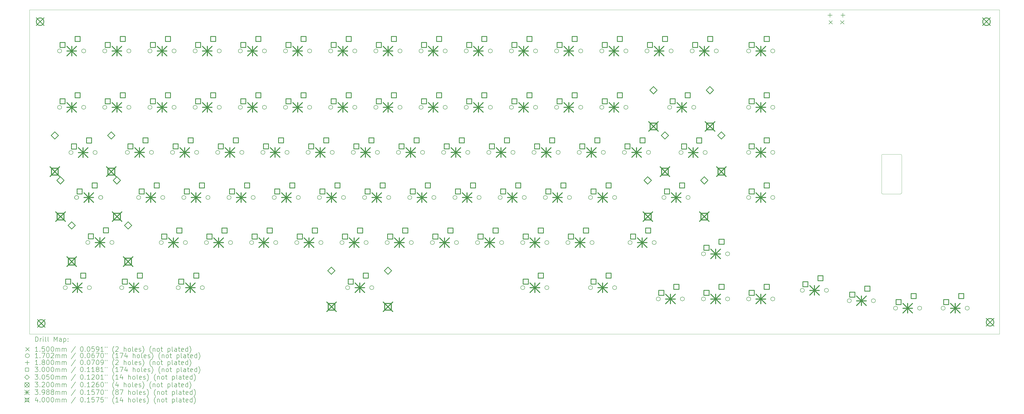
<source format=gbr>
%TF.GenerationSoftware,KiCad,Pcbnew,(6.0.10)*%
%TF.CreationDate,2023-01-18T21:24:10-08:00*%
%TF.ProjectId,OOTstag rev2,4f4f5473-7461-4672-9072-6576322e6b69,rev?*%
%TF.SameCoordinates,Original*%
%TF.FileFunction,Drillmap*%
%TF.FilePolarity,Positive*%
%FSLAX45Y45*%
G04 Gerber Fmt 4.5, Leading zero omitted, Abs format (unit mm)*
G04 Created by KiCad (PCBNEW (6.0.10)) date 2023-01-18 21:24:10*
%MOMM*%
%LPD*%
G01*
G04 APERTURE LIST*
%ADD10C,0.100000*%
%ADD11C,0.050000*%
%ADD12C,0.200000*%
%ADD13C,0.150000*%
%ADD14C,0.170180*%
%ADD15C,0.180000*%
%ADD16C,0.300000*%
%ADD17C,0.305000*%
%ADD18C,0.320000*%
%ADD19C,0.398780*%
%ADD20C,0.400000*%
G04 APERTURE END LIST*
D10*
X42694600Y-21739000D02*
G75*
G03*
X42744600Y-21789000I50000J0D01*
G01*
X43544600Y-20164000D02*
X43544600Y-21739000D01*
X42744600Y-20114000D02*
G75*
G03*
X42694600Y-20164000I0J-50000D01*
G01*
X42744600Y-21789000D02*
X43494600Y-21789000D01*
X42744600Y-20114000D02*
X43494600Y-20114000D01*
D11*
X6770000Y-14010000D02*
X47670000Y-14010000D01*
X47670000Y-14010000D02*
X47670000Y-27710000D01*
X47670000Y-27710000D02*
X6770000Y-27710000D01*
X6770000Y-27710000D02*
X6770000Y-14010000D01*
D10*
X43544600Y-20164000D02*
G75*
G03*
X43494600Y-20114000I-50000J0D01*
G01*
X42694600Y-21739000D02*
X42694600Y-20164000D01*
X43494600Y-21789000D02*
G75*
G03*
X43544600Y-21739000I0J50000D01*
G01*
D12*
D13*
X40477500Y-14463000D02*
X40627500Y-14613000D01*
X40627500Y-14463000D02*
X40477500Y-14613000D01*
X40962500Y-14463000D02*
X41112500Y-14613000D01*
X41112500Y-14463000D02*
X40962500Y-14613000D01*
D14*
X8127090Y-15746000D02*
G75*
G03*
X8127090Y-15746000I-85090J0D01*
G01*
X8127090Y-18127250D02*
G75*
G03*
X8127090Y-18127250I-85090J0D01*
G01*
X8365215Y-25747250D02*
G75*
G03*
X8365215Y-25747250I-85090J0D01*
G01*
X8607120Y-20036820D02*
G75*
G03*
X8607120Y-20036820I-85090J0D01*
G01*
X8841465Y-21937250D02*
G75*
G03*
X8841465Y-21937250I-85090J0D01*
G01*
X8847120Y-21936820D02*
G75*
G03*
X8847120Y-21936820I-85090J0D01*
G01*
X9143090Y-15746000D02*
G75*
G03*
X9143090Y-15746000I-85090J0D01*
G01*
X9143090Y-18127250D02*
G75*
G03*
X9143090Y-18127250I-85090J0D01*
G01*
X9317120Y-23836820D02*
G75*
G03*
X9317120Y-23836820I-85090J0D01*
G01*
X9381215Y-25747250D02*
G75*
G03*
X9381215Y-25747250I-85090J0D01*
G01*
X9623120Y-20036820D02*
G75*
G03*
X9623120Y-20036820I-85090J0D01*
G01*
X9857465Y-21937250D02*
G75*
G03*
X9857465Y-21937250I-85090J0D01*
G01*
X9863120Y-21936820D02*
G75*
G03*
X9863120Y-21936820I-85090J0D01*
G01*
X10032090Y-15746000D02*
G75*
G03*
X10032090Y-15746000I-85090J0D01*
G01*
X10032090Y-18127250D02*
G75*
G03*
X10032090Y-18127250I-85090J0D01*
G01*
X10333120Y-23836820D02*
G75*
G03*
X10333120Y-23836820I-85090J0D01*
G01*
X10746465Y-25747250D02*
G75*
G03*
X10746465Y-25747250I-85090J0D01*
G01*
X10984590Y-20032250D02*
G75*
G03*
X10984590Y-20032250I-85090J0D01*
G01*
X11048090Y-15746000D02*
G75*
G03*
X11048090Y-15746000I-85090J0D01*
G01*
X11048090Y-18127250D02*
G75*
G03*
X11048090Y-18127250I-85090J0D01*
G01*
X11460840Y-21937250D02*
G75*
G03*
X11460840Y-21937250I-85090J0D01*
G01*
X11762465Y-25747250D02*
G75*
G03*
X11762465Y-25747250I-85090J0D01*
G01*
X11937090Y-15746000D02*
G75*
G03*
X11937090Y-15746000I-85090J0D01*
G01*
X11937090Y-18127250D02*
G75*
G03*
X11937090Y-18127250I-85090J0D01*
G01*
X12000590Y-20032250D02*
G75*
G03*
X12000590Y-20032250I-85090J0D01*
G01*
X12413340Y-23842250D02*
G75*
G03*
X12413340Y-23842250I-85090J0D01*
G01*
X12476840Y-21937250D02*
G75*
G03*
X12476840Y-21937250I-85090J0D01*
G01*
X12889590Y-20032250D02*
G75*
G03*
X12889590Y-20032250I-85090J0D01*
G01*
X12953090Y-15746000D02*
G75*
G03*
X12953090Y-15746000I-85090J0D01*
G01*
X12953090Y-18127250D02*
G75*
G03*
X12953090Y-18127250I-85090J0D01*
G01*
X13127715Y-25747250D02*
G75*
G03*
X13127715Y-25747250I-85090J0D01*
G01*
X13365840Y-21937250D02*
G75*
G03*
X13365840Y-21937250I-85090J0D01*
G01*
X13429340Y-23842250D02*
G75*
G03*
X13429340Y-23842250I-85090J0D01*
G01*
X13842090Y-15746000D02*
G75*
G03*
X13842090Y-15746000I-85090J0D01*
G01*
X13842090Y-18127250D02*
G75*
G03*
X13842090Y-18127250I-85090J0D01*
G01*
X13905590Y-20032250D02*
G75*
G03*
X13905590Y-20032250I-85090J0D01*
G01*
X14143715Y-25747250D02*
G75*
G03*
X14143715Y-25747250I-85090J0D01*
G01*
X14318340Y-23842250D02*
G75*
G03*
X14318340Y-23842250I-85090J0D01*
G01*
X14381840Y-21937250D02*
G75*
G03*
X14381840Y-21937250I-85090J0D01*
G01*
X14794590Y-20032250D02*
G75*
G03*
X14794590Y-20032250I-85090J0D01*
G01*
X14858090Y-15746000D02*
G75*
G03*
X14858090Y-15746000I-85090J0D01*
G01*
X14858090Y-18127250D02*
G75*
G03*
X14858090Y-18127250I-85090J0D01*
G01*
X15270840Y-21937250D02*
G75*
G03*
X15270840Y-21937250I-85090J0D01*
G01*
X15334340Y-23842250D02*
G75*
G03*
X15334340Y-23842250I-85090J0D01*
G01*
X15747090Y-15746000D02*
G75*
G03*
X15747090Y-15746000I-85090J0D01*
G01*
X15747090Y-18127250D02*
G75*
G03*
X15747090Y-18127250I-85090J0D01*
G01*
X15810590Y-20032250D02*
G75*
G03*
X15810590Y-20032250I-85090J0D01*
G01*
X16223340Y-23842250D02*
G75*
G03*
X16223340Y-23842250I-85090J0D01*
G01*
X16286840Y-21937250D02*
G75*
G03*
X16286840Y-21937250I-85090J0D01*
G01*
X16699590Y-20032250D02*
G75*
G03*
X16699590Y-20032250I-85090J0D01*
G01*
X16763090Y-15746000D02*
G75*
G03*
X16763090Y-15746000I-85090J0D01*
G01*
X16763090Y-18127250D02*
G75*
G03*
X16763090Y-18127250I-85090J0D01*
G01*
X17175840Y-21937250D02*
G75*
G03*
X17175840Y-21937250I-85090J0D01*
G01*
X17239340Y-23842250D02*
G75*
G03*
X17239340Y-23842250I-85090J0D01*
G01*
X17652090Y-15746000D02*
G75*
G03*
X17652090Y-15746000I-85090J0D01*
G01*
X17652090Y-18127250D02*
G75*
G03*
X17652090Y-18127250I-85090J0D01*
G01*
X17715590Y-20032250D02*
G75*
G03*
X17715590Y-20032250I-85090J0D01*
G01*
X18128340Y-23842250D02*
G75*
G03*
X18128340Y-23842250I-85090J0D01*
G01*
X18191840Y-21937250D02*
G75*
G03*
X18191840Y-21937250I-85090J0D01*
G01*
X18604590Y-20032250D02*
G75*
G03*
X18604590Y-20032250I-85090J0D01*
G01*
X18668090Y-15746000D02*
G75*
G03*
X18668090Y-15746000I-85090J0D01*
G01*
X18668090Y-18127250D02*
G75*
G03*
X18668090Y-18127250I-85090J0D01*
G01*
X19080840Y-21937250D02*
G75*
G03*
X19080840Y-21937250I-85090J0D01*
G01*
X19144340Y-23842250D02*
G75*
G03*
X19144340Y-23842250I-85090J0D01*
G01*
X19557090Y-15746000D02*
G75*
G03*
X19557090Y-15746000I-85090J0D01*
G01*
X19557090Y-18127250D02*
G75*
G03*
X19557090Y-18127250I-85090J0D01*
G01*
X19620590Y-20032250D02*
G75*
G03*
X19620590Y-20032250I-85090J0D01*
G01*
X20033340Y-23842250D02*
G75*
G03*
X20033340Y-23842250I-85090J0D01*
G01*
X20096840Y-21937250D02*
G75*
G03*
X20096840Y-21937250I-85090J0D01*
G01*
X20271465Y-25747250D02*
G75*
G03*
X20271465Y-25747250I-85090J0D01*
G01*
X20509590Y-20032250D02*
G75*
G03*
X20509590Y-20032250I-85090J0D01*
G01*
X20573090Y-15746000D02*
G75*
G03*
X20573090Y-15746000I-85090J0D01*
G01*
X20573090Y-18127250D02*
G75*
G03*
X20573090Y-18127250I-85090J0D01*
G01*
X20985840Y-21937250D02*
G75*
G03*
X20985840Y-21937250I-85090J0D01*
G01*
X21049340Y-23842250D02*
G75*
G03*
X21049340Y-23842250I-85090J0D01*
G01*
X21287465Y-25747250D02*
G75*
G03*
X21287465Y-25747250I-85090J0D01*
G01*
X21462090Y-15746000D02*
G75*
G03*
X21462090Y-15746000I-85090J0D01*
G01*
X21462090Y-18127250D02*
G75*
G03*
X21462090Y-18127250I-85090J0D01*
G01*
X21525590Y-20032250D02*
G75*
G03*
X21525590Y-20032250I-85090J0D01*
G01*
X21938340Y-23842250D02*
G75*
G03*
X21938340Y-23842250I-85090J0D01*
G01*
X22001840Y-21937250D02*
G75*
G03*
X22001840Y-21937250I-85090J0D01*
G01*
X22414590Y-20032250D02*
G75*
G03*
X22414590Y-20032250I-85090J0D01*
G01*
X22478090Y-15746000D02*
G75*
G03*
X22478090Y-15746000I-85090J0D01*
G01*
X22478090Y-18127250D02*
G75*
G03*
X22478090Y-18127250I-85090J0D01*
G01*
X22890840Y-21937250D02*
G75*
G03*
X22890840Y-21937250I-85090J0D01*
G01*
X22954340Y-23842250D02*
G75*
G03*
X22954340Y-23842250I-85090J0D01*
G01*
X23367090Y-15746000D02*
G75*
G03*
X23367090Y-15746000I-85090J0D01*
G01*
X23367090Y-18127250D02*
G75*
G03*
X23367090Y-18127250I-85090J0D01*
G01*
X23430590Y-20032250D02*
G75*
G03*
X23430590Y-20032250I-85090J0D01*
G01*
X23843340Y-23842250D02*
G75*
G03*
X23843340Y-23842250I-85090J0D01*
G01*
X23906840Y-21937250D02*
G75*
G03*
X23906840Y-21937250I-85090J0D01*
G01*
X24319590Y-20032250D02*
G75*
G03*
X24319590Y-20032250I-85090J0D01*
G01*
X24383090Y-15746000D02*
G75*
G03*
X24383090Y-15746000I-85090J0D01*
G01*
X24383090Y-18127250D02*
G75*
G03*
X24383090Y-18127250I-85090J0D01*
G01*
X24795840Y-21937250D02*
G75*
G03*
X24795840Y-21937250I-85090J0D01*
G01*
X24859340Y-23842250D02*
G75*
G03*
X24859340Y-23842250I-85090J0D01*
G01*
X25272090Y-15746000D02*
G75*
G03*
X25272090Y-15746000I-85090J0D01*
G01*
X25272090Y-18127250D02*
G75*
G03*
X25272090Y-18127250I-85090J0D01*
G01*
X25335590Y-20032250D02*
G75*
G03*
X25335590Y-20032250I-85090J0D01*
G01*
X25748340Y-23842250D02*
G75*
G03*
X25748340Y-23842250I-85090J0D01*
G01*
X25811840Y-21937250D02*
G75*
G03*
X25811840Y-21937250I-85090J0D01*
G01*
X26224590Y-20032250D02*
G75*
G03*
X26224590Y-20032250I-85090J0D01*
G01*
X26288090Y-15746000D02*
G75*
G03*
X26288090Y-15746000I-85090J0D01*
G01*
X26288090Y-18127250D02*
G75*
G03*
X26288090Y-18127250I-85090J0D01*
G01*
X26700840Y-21937250D02*
G75*
G03*
X26700840Y-21937250I-85090J0D01*
G01*
X26764340Y-23842250D02*
G75*
G03*
X26764340Y-23842250I-85090J0D01*
G01*
X27177090Y-15746000D02*
G75*
G03*
X27177090Y-15746000I-85090J0D01*
G01*
X27177090Y-18127250D02*
G75*
G03*
X27177090Y-18127250I-85090J0D01*
G01*
X27240590Y-20032250D02*
G75*
G03*
X27240590Y-20032250I-85090J0D01*
G01*
X27653340Y-23842250D02*
G75*
G03*
X27653340Y-23842250I-85090J0D01*
G01*
X27653340Y-25747250D02*
G75*
G03*
X27653340Y-25747250I-85090J0D01*
G01*
X27716840Y-21937250D02*
G75*
G03*
X27716840Y-21937250I-85090J0D01*
G01*
X28129590Y-20032250D02*
G75*
G03*
X28129590Y-20032250I-85090J0D01*
G01*
X28193090Y-15746000D02*
G75*
G03*
X28193090Y-15746000I-85090J0D01*
G01*
X28193090Y-18127250D02*
G75*
G03*
X28193090Y-18127250I-85090J0D01*
G01*
X28605840Y-21937250D02*
G75*
G03*
X28605840Y-21937250I-85090J0D01*
G01*
X28669340Y-23842250D02*
G75*
G03*
X28669340Y-23842250I-85090J0D01*
G01*
X28669340Y-25747250D02*
G75*
G03*
X28669340Y-25747250I-85090J0D01*
G01*
X29082090Y-15746000D02*
G75*
G03*
X29082090Y-15746000I-85090J0D01*
G01*
X29082090Y-18127250D02*
G75*
G03*
X29082090Y-18127250I-85090J0D01*
G01*
X29145590Y-20032250D02*
G75*
G03*
X29145590Y-20032250I-85090J0D01*
G01*
X29558340Y-23842250D02*
G75*
G03*
X29558340Y-23842250I-85090J0D01*
G01*
X29621840Y-21937250D02*
G75*
G03*
X29621840Y-21937250I-85090J0D01*
G01*
X30034590Y-20032250D02*
G75*
G03*
X30034590Y-20032250I-85090J0D01*
G01*
X30098090Y-15746000D02*
G75*
G03*
X30098090Y-15746000I-85090J0D01*
G01*
X30098090Y-18127250D02*
G75*
G03*
X30098090Y-18127250I-85090J0D01*
G01*
X30510840Y-21937250D02*
G75*
G03*
X30510840Y-21937250I-85090J0D01*
G01*
X30510840Y-25747250D02*
G75*
G03*
X30510840Y-25747250I-85090J0D01*
G01*
X30574340Y-23842250D02*
G75*
G03*
X30574340Y-23842250I-85090J0D01*
G01*
X30987090Y-15746000D02*
G75*
G03*
X30987090Y-15746000I-85090J0D01*
G01*
X30987090Y-18127250D02*
G75*
G03*
X30987090Y-18127250I-85090J0D01*
G01*
X31050590Y-20032250D02*
G75*
G03*
X31050590Y-20032250I-85090J0D01*
G01*
X31526840Y-21937250D02*
G75*
G03*
X31526840Y-21937250I-85090J0D01*
G01*
X31526840Y-25747250D02*
G75*
G03*
X31526840Y-25747250I-85090J0D01*
G01*
X31939590Y-20032250D02*
G75*
G03*
X31939590Y-20032250I-85090J0D01*
G01*
X32003090Y-15746000D02*
G75*
G03*
X32003090Y-15746000I-85090J0D01*
G01*
X32003090Y-18127250D02*
G75*
G03*
X32003090Y-18127250I-85090J0D01*
G01*
X32177715Y-23842250D02*
G75*
G03*
X32177715Y-23842250I-85090J0D01*
G01*
X32892090Y-15746000D02*
G75*
G03*
X32892090Y-15746000I-85090J0D01*
G01*
X32955590Y-20032250D02*
G75*
G03*
X32955590Y-20032250I-85090J0D01*
G01*
X33193715Y-23842250D02*
G75*
G03*
X33193715Y-23842250I-85090J0D01*
G01*
X33368340Y-26223500D02*
G75*
G03*
X33368340Y-26223500I-85090J0D01*
G01*
X33607120Y-21936820D02*
G75*
G03*
X33607120Y-21936820I-85090J0D01*
G01*
X33847120Y-18126820D02*
G75*
G03*
X33847120Y-18126820I-85090J0D01*
G01*
X33908090Y-15746000D02*
G75*
G03*
X33908090Y-15746000I-85090J0D01*
G01*
X34327120Y-20036820D02*
G75*
G03*
X34327120Y-20036820I-85090J0D01*
G01*
X34384340Y-26223500D02*
G75*
G03*
X34384340Y-26223500I-85090J0D01*
G01*
X34623120Y-21936820D02*
G75*
G03*
X34623120Y-21936820I-85090J0D01*
G01*
X34797090Y-15746000D02*
G75*
G03*
X34797090Y-15746000I-85090J0D01*
G01*
X34863120Y-18126820D02*
G75*
G03*
X34863120Y-18126820I-85090J0D01*
G01*
X35273340Y-24318500D02*
G75*
G03*
X35273340Y-24318500I-85090J0D01*
G01*
X35273340Y-26223500D02*
G75*
G03*
X35273340Y-26223500I-85090J0D01*
G01*
X35343120Y-20036820D02*
G75*
G03*
X35343120Y-20036820I-85090J0D01*
G01*
X35813090Y-15746000D02*
G75*
G03*
X35813090Y-15746000I-85090J0D01*
G01*
X36289340Y-24318500D02*
G75*
G03*
X36289340Y-24318500I-85090J0D01*
G01*
X36289340Y-26223500D02*
G75*
G03*
X36289340Y-26223500I-85090J0D01*
G01*
X37178340Y-15746000D02*
G75*
G03*
X37178340Y-15746000I-85090J0D01*
G01*
X37178340Y-18127250D02*
G75*
G03*
X37178340Y-18127250I-85090J0D01*
G01*
X37178340Y-20032250D02*
G75*
G03*
X37178340Y-20032250I-85090J0D01*
G01*
X37178340Y-21937250D02*
G75*
G03*
X37178340Y-21937250I-85090J0D01*
G01*
X37178340Y-26223500D02*
G75*
G03*
X37178340Y-26223500I-85090J0D01*
G01*
X38194340Y-15746000D02*
G75*
G03*
X38194340Y-15746000I-85090J0D01*
G01*
X38194340Y-18127250D02*
G75*
G03*
X38194340Y-18127250I-85090J0D01*
G01*
X38194340Y-20032250D02*
G75*
G03*
X38194340Y-20032250I-85090J0D01*
G01*
X38194340Y-21937250D02*
G75*
G03*
X38194340Y-21937250I-85090J0D01*
G01*
X38194340Y-26223500D02*
G75*
G03*
X38194340Y-26223500I-85090J0D01*
G01*
X39440550Y-25860000D02*
G75*
G03*
X39440550Y-25860000I-85090J0D01*
G01*
X40456550Y-25860000D02*
G75*
G03*
X40456550Y-25860000I-85090J0D01*
G01*
X41420090Y-26299460D02*
G75*
G03*
X41420090Y-26299460I-85090J0D01*
G01*
X42436090Y-26299460D02*
G75*
G03*
X42436090Y-26299460I-85090J0D01*
G01*
X43370090Y-26614000D02*
G75*
G03*
X43370090Y-26614000I-85090J0D01*
G01*
X44386090Y-26614000D02*
G75*
G03*
X44386090Y-26614000I-85090J0D01*
G01*
X45376550Y-26614000D02*
G75*
G03*
X45376550Y-26614000I-85090J0D01*
G01*
X46392550Y-26614000D02*
G75*
G03*
X46392550Y-26614000I-85090J0D01*
G01*
D15*
X40522500Y-14145000D02*
X40522500Y-14325000D01*
X40432500Y-14235000D02*
X40612500Y-14235000D01*
X41067500Y-14145000D02*
X41067500Y-14325000D01*
X40977500Y-14235000D02*
X41157500Y-14235000D01*
D16*
X8275067Y-15598067D02*
X8275067Y-15385933D01*
X8062933Y-15385933D01*
X8062933Y-15598067D01*
X8275067Y-15598067D01*
X8275067Y-17979317D02*
X8275067Y-17767183D01*
X8062933Y-17767183D01*
X8062933Y-17979317D01*
X8275067Y-17979317D01*
X8513192Y-25599317D02*
X8513192Y-25387183D01*
X8301058Y-25387183D01*
X8301058Y-25599317D01*
X8513192Y-25599317D01*
X8755097Y-19888887D02*
X8755097Y-19676753D01*
X8542963Y-19676753D01*
X8542963Y-19888887D01*
X8755097Y-19888887D01*
X8910067Y-15344067D02*
X8910067Y-15131933D01*
X8697933Y-15131933D01*
X8697933Y-15344067D01*
X8910067Y-15344067D01*
X8910067Y-17725317D02*
X8910067Y-17513183D01*
X8697933Y-17513183D01*
X8697933Y-17725317D01*
X8910067Y-17725317D01*
X8989442Y-21789317D02*
X8989442Y-21577183D01*
X8777308Y-21577183D01*
X8777308Y-21789317D01*
X8989442Y-21789317D01*
X8995097Y-21788887D02*
X8995097Y-21576753D01*
X8782963Y-21576753D01*
X8782963Y-21788887D01*
X8995097Y-21788887D01*
X9148192Y-25345317D02*
X9148192Y-25133183D01*
X8936058Y-25133183D01*
X8936058Y-25345317D01*
X9148192Y-25345317D01*
X9390097Y-19634887D02*
X9390097Y-19422753D01*
X9177963Y-19422753D01*
X9177963Y-19634887D01*
X9390097Y-19634887D01*
X9465097Y-23688887D02*
X9465097Y-23476753D01*
X9252963Y-23476753D01*
X9252963Y-23688887D01*
X9465097Y-23688887D01*
X9624442Y-21535317D02*
X9624442Y-21323183D01*
X9412308Y-21323183D01*
X9412308Y-21535317D01*
X9624442Y-21535317D01*
X9630097Y-21534887D02*
X9630097Y-21322753D01*
X9417963Y-21322753D01*
X9417963Y-21534887D01*
X9630097Y-21534887D01*
X10100097Y-23434887D02*
X10100097Y-23222753D01*
X9887963Y-23222753D01*
X9887963Y-23434887D01*
X10100097Y-23434887D01*
X10180067Y-15598067D02*
X10180067Y-15385933D01*
X9967933Y-15385933D01*
X9967933Y-15598067D01*
X10180067Y-15598067D01*
X10180067Y-17979317D02*
X10180067Y-17767183D01*
X9967933Y-17767183D01*
X9967933Y-17979317D01*
X10180067Y-17979317D01*
X10815067Y-15344067D02*
X10815067Y-15131933D01*
X10602933Y-15131933D01*
X10602933Y-15344067D01*
X10815067Y-15344067D01*
X10815067Y-17725317D02*
X10815067Y-17513183D01*
X10602933Y-17513183D01*
X10602933Y-17725317D01*
X10815067Y-17725317D01*
X10894442Y-25599317D02*
X10894442Y-25387183D01*
X10682308Y-25387183D01*
X10682308Y-25599317D01*
X10894442Y-25599317D01*
X11132567Y-19884317D02*
X11132567Y-19672183D01*
X10920433Y-19672183D01*
X10920433Y-19884317D01*
X11132567Y-19884317D01*
X11529442Y-25345317D02*
X11529442Y-25133183D01*
X11317308Y-25133183D01*
X11317308Y-25345317D01*
X11529442Y-25345317D01*
X11608817Y-21789317D02*
X11608817Y-21577183D01*
X11396683Y-21577183D01*
X11396683Y-21789317D01*
X11608817Y-21789317D01*
X11767567Y-19630317D02*
X11767567Y-19418183D01*
X11555433Y-19418183D01*
X11555433Y-19630317D01*
X11767567Y-19630317D01*
X12085067Y-15598067D02*
X12085067Y-15385933D01*
X11872933Y-15385933D01*
X11872933Y-15598067D01*
X12085067Y-15598067D01*
X12085067Y-17979317D02*
X12085067Y-17767183D01*
X11872933Y-17767183D01*
X11872933Y-17979317D01*
X12085067Y-17979317D01*
X12243817Y-21535317D02*
X12243817Y-21323183D01*
X12031683Y-21323183D01*
X12031683Y-21535317D01*
X12243817Y-21535317D01*
X12561317Y-23694317D02*
X12561317Y-23482183D01*
X12349183Y-23482183D01*
X12349183Y-23694317D01*
X12561317Y-23694317D01*
X12720067Y-15344067D02*
X12720067Y-15131933D01*
X12507933Y-15131933D01*
X12507933Y-15344067D01*
X12720067Y-15344067D01*
X12720067Y-17725317D02*
X12720067Y-17513183D01*
X12507933Y-17513183D01*
X12507933Y-17725317D01*
X12720067Y-17725317D01*
X13037567Y-19884317D02*
X13037567Y-19672183D01*
X12825433Y-19672183D01*
X12825433Y-19884317D01*
X13037567Y-19884317D01*
X13196317Y-23440317D02*
X13196317Y-23228183D01*
X12984183Y-23228183D01*
X12984183Y-23440317D01*
X13196317Y-23440317D01*
X13275692Y-25599317D02*
X13275692Y-25387183D01*
X13063558Y-25387183D01*
X13063558Y-25599317D01*
X13275692Y-25599317D01*
X13513817Y-21789317D02*
X13513817Y-21577183D01*
X13301683Y-21577183D01*
X13301683Y-21789317D01*
X13513817Y-21789317D01*
X13672567Y-19630317D02*
X13672567Y-19418183D01*
X13460433Y-19418183D01*
X13460433Y-19630317D01*
X13672567Y-19630317D01*
X13910692Y-25345317D02*
X13910692Y-25133183D01*
X13698558Y-25133183D01*
X13698558Y-25345317D01*
X13910692Y-25345317D01*
X13990067Y-15598067D02*
X13990067Y-15385933D01*
X13777933Y-15385933D01*
X13777933Y-15598067D01*
X13990067Y-15598067D01*
X13990067Y-17979317D02*
X13990067Y-17767183D01*
X13777933Y-17767183D01*
X13777933Y-17979317D01*
X13990067Y-17979317D01*
X14148817Y-21535317D02*
X14148817Y-21323183D01*
X13936683Y-21323183D01*
X13936683Y-21535317D01*
X14148817Y-21535317D01*
X14466317Y-23694317D02*
X14466317Y-23482183D01*
X14254183Y-23482183D01*
X14254183Y-23694317D01*
X14466317Y-23694317D01*
X14625067Y-15344067D02*
X14625067Y-15131933D01*
X14412933Y-15131933D01*
X14412933Y-15344067D01*
X14625067Y-15344067D01*
X14625067Y-17725317D02*
X14625067Y-17513183D01*
X14412933Y-17513183D01*
X14412933Y-17725317D01*
X14625067Y-17725317D01*
X14942567Y-19884317D02*
X14942567Y-19672183D01*
X14730433Y-19672183D01*
X14730433Y-19884317D01*
X14942567Y-19884317D01*
X15101317Y-23440317D02*
X15101317Y-23228183D01*
X14889183Y-23228183D01*
X14889183Y-23440317D01*
X15101317Y-23440317D01*
X15418817Y-21789317D02*
X15418817Y-21577183D01*
X15206683Y-21577183D01*
X15206683Y-21789317D01*
X15418817Y-21789317D01*
X15577567Y-19630317D02*
X15577567Y-19418183D01*
X15365433Y-19418183D01*
X15365433Y-19630317D01*
X15577567Y-19630317D01*
X15895067Y-15598067D02*
X15895067Y-15385933D01*
X15682933Y-15385933D01*
X15682933Y-15598067D01*
X15895067Y-15598067D01*
X15895067Y-17979317D02*
X15895067Y-17767183D01*
X15682933Y-17767183D01*
X15682933Y-17979317D01*
X15895067Y-17979317D01*
X16053817Y-21535317D02*
X16053817Y-21323183D01*
X15841683Y-21323183D01*
X15841683Y-21535317D01*
X16053817Y-21535317D01*
X16371317Y-23694317D02*
X16371317Y-23482183D01*
X16159183Y-23482183D01*
X16159183Y-23694317D01*
X16371317Y-23694317D01*
X16530067Y-15344067D02*
X16530067Y-15131933D01*
X16317933Y-15131933D01*
X16317933Y-15344067D01*
X16530067Y-15344067D01*
X16530067Y-17725317D02*
X16530067Y-17513183D01*
X16317933Y-17513183D01*
X16317933Y-17725317D01*
X16530067Y-17725317D01*
X16847567Y-19884317D02*
X16847567Y-19672183D01*
X16635433Y-19672183D01*
X16635433Y-19884317D01*
X16847567Y-19884317D01*
X17006317Y-23440317D02*
X17006317Y-23228183D01*
X16794183Y-23228183D01*
X16794183Y-23440317D01*
X17006317Y-23440317D01*
X17323817Y-21789317D02*
X17323817Y-21577183D01*
X17111683Y-21577183D01*
X17111683Y-21789317D01*
X17323817Y-21789317D01*
X17482567Y-19630317D02*
X17482567Y-19418183D01*
X17270433Y-19418183D01*
X17270433Y-19630317D01*
X17482567Y-19630317D01*
X17800067Y-15598067D02*
X17800067Y-15385933D01*
X17587933Y-15385933D01*
X17587933Y-15598067D01*
X17800067Y-15598067D01*
X17800067Y-17979317D02*
X17800067Y-17767183D01*
X17587933Y-17767183D01*
X17587933Y-17979317D01*
X17800067Y-17979317D01*
X17958817Y-21535317D02*
X17958817Y-21323183D01*
X17746683Y-21323183D01*
X17746683Y-21535317D01*
X17958817Y-21535317D01*
X18276317Y-23694317D02*
X18276317Y-23482183D01*
X18064183Y-23482183D01*
X18064183Y-23694317D01*
X18276317Y-23694317D01*
X18435067Y-15344067D02*
X18435067Y-15131933D01*
X18222933Y-15131933D01*
X18222933Y-15344067D01*
X18435067Y-15344067D01*
X18435067Y-17725317D02*
X18435067Y-17513183D01*
X18222933Y-17513183D01*
X18222933Y-17725317D01*
X18435067Y-17725317D01*
X18752567Y-19884317D02*
X18752567Y-19672183D01*
X18540433Y-19672183D01*
X18540433Y-19884317D01*
X18752567Y-19884317D01*
X18911317Y-23440317D02*
X18911317Y-23228183D01*
X18699183Y-23228183D01*
X18699183Y-23440317D01*
X18911317Y-23440317D01*
X19228817Y-21789317D02*
X19228817Y-21577183D01*
X19016683Y-21577183D01*
X19016683Y-21789317D01*
X19228817Y-21789317D01*
X19387567Y-19630317D02*
X19387567Y-19418183D01*
X19175433Y-19418183D01*
X19175433Y-19630317D01*
X19387567Y-19630317D01*
X19705067Y-15598067D02*
X19705067Y-15385933D01*
X19492933Y-15385933D01*
X19492933Y-15598067D01*
X19705067Y-15598067D01*
X19705067Y-17979317D02*
X19705067Y-17767183D01*
X19492933Y-17767183D01*
X19492933Y-17979317D01*
X19705067Y-17979317D01*
X19863817Y-21535317D02*
X19863817Y-21323183D01*
X19651683Y-21323183D01*
X19651683Y-21535317D01*
X19863817Y-21535317D01*
X20181317Y-23694317D02*
X20181317Y-23482183D01*
X19969183Y-23482183D01*
X19969183Y-23694317D01*
X20181317Y-23694317D01*
X20340067Y-15344067D02*
X20340067Y-15131933D01*
X20127933Y-15131933D01*
X20127933Y-15344067D01*
X20340067Y-15344067D01*
X20340067Y-17725317D02*
X20340067Y-17513183D01*
X20127933Y-17513183D01*
X20127933Y-17725317D01*
X20340067Y-17725317D01*
X20419442Y-25599317D02*
X20419442Y-25387183D01*
X20207308Y-25387183D01*
X20207308Y-25599317D01*
X20419442Y-25599317D01*
X20657567Y-19884317D02*
X20657567Y-19672183D01*
X20445433Y-19672183D01*
X20445433Y-19884317D01*
X20657567Y-19884317D01*
X20816317Y-23440317D02*
X20816317Y-23228183D01*
X20604183Y-23228183D01*
X20604183Y-23440317D01*
X20816317Y-23440317D01*
X21054442Y-25345317D02*
X21054442Y-25133183D01*
X20842308Y-25133183D01*
X20842308Y-25345317D01*
X21054442Y-25345317D01*
X21133817Y-21789317D02*
X21133817Y-21577183D01*
X20921683Y-21577183D01*
X20921683Y-21789317D01*
X21133817Y-21789317D01*
X21292567Y-19630317D02*
X21292567Y-19418183D01*
X21080433Y-19418183D01*
X21080433Y-19630317D01*
X21292567Y-19630317D01*
X21610067Y-15598067D02*
X21610067Y-15385933D01*
X21397933Y-15385933D01*
X21397933Y-15598067D01*
X21610067Y-15598067D01*
X21610067Y-17979317D02*
X21610067Y-17767183D01*
X21397933Y-17767183D01*
X21397933Y-17979317D01*
X21610067Y-17979317D01*
X21768817Y-21535317D02*
X21768817Y-21323183D01*
X21556683Y-21323183D01*
X21556683Y-21535317D01*
X21768817Y-21535317D01*
X22086317Y-23694317D02*
X22086317Y-23482183D01*
X21874183Y-23482183D01*
X21874183Y-23694317D01*
X22086317Y-23694317D01*
X22245067Y-15344067D02*
X22245067Y-15131933D01*
X22032933Y-15131933D01*
X22032933Y-15344067D01*
X22245067Y-15344067D01*
X22245067Y-17725317D02*
X22245067Y-17513183D01*
X22032933Y-17513183D01*
X22032933Y-17725317D01*
X22245067Y-17725317D01*
X22562567Y-19884317D02*
X22562567Y-19672183D01*
X22350433Y-19672183D01*
X22350433Y-19884317D01*
X22562567Y-19884317D01*
X22721317Y-23440317D02*
X22721317Y-23228183D01*
X22509183Y-23228183D01*
X22509183Y-23440317D01*
X22721317Y-23440317D01*
X23038817Y-21789317D02*
X23038817Y-21577183D01*
X22826683Y-21577183D01*
X22826683Y-21789317D01*
X23038817Y-21789317D01*
X23197567Y-19630317D02*
X23197567Y-19418183D01*
X22985433Y-19418183D01*
X22985433Y-19630317D01*
X23197567Y-19630317D01*
X23515067Y-15598067D02*
X23515067Y-15385933D01*
X23302933Y-15385933D01*
X23302933Y-15598067D01*
X23515067Y-15598067D01*
X23515067Y-17979317D02*
X23515067Y-17767183D01*
X23302933Y-17767183D01*
X23302933Y-17979317D01*
X23515067Y-17979317D01*
X23673817Y-21535317D02*
X23673817Y-21323183D01*
X23461683Y-21323183D01*
X23461683Y-21535317D01*
X23673817Y-21535317D01*
X23991317Y-23694317D02*
X23991317Y-23482183D01*
X23779183Y-23482183D01*
X23779183Y-23694317D01*
X23991317Y-23694317D01*
X24150067Y-15344067D02*
X24150067Y-15131933D01*
X23937933Y-15131933D01*
X23937933Y-15344067D01*
X24150067Y-15344067D01*
X24150067Y-17725317D02*
X24150067Y-17513183D01*
X23937933Y-17513183D01*
X23937933Y-17725317D01*
X24150067Y-17725317D01*
X24467567Y-19884317D02*
X24467567Y-19672183D01*
X24255433Y-19672183D01*
X24255433Y-19884317D01*
X24467567Y-19884317D01*
X24626317Y-23440317D02*
X24626317Y-23228183D01*
X24414183Y-23228183D01*
X24414183Y-23440317D01*
X24626317Y-23440317D01*
X24943817Y-21789317D02*
X24943817Y-21577183D01*
X24731683Y-21577183D01*
X24731683Y-21789317D01*
X24943817Y-21789317D01*
X25102567Y-19630317D02*
X25102567Y-19418183D01*
X24890433Y-19418183D01*
X24890433Y-19630317D01*
X25102567Y-19630317D01*
X25420067Y-15598067D02*
X25420067Y-15385933D01*
X25207933Y-15385933D01*
X25207933Y-15598067D01*
X25420067Y-15598067D01*
X25420067Y-17979317D02*
X25420067Y-17767183D01*
X25207933Y-17767183D01*
X25207933Y-17979317D01*
X25420067Y-17979317D01*
X25578817Y-21535317D02*
X25578817Y-21323183D01*
X25366683Y-21323183D01*
X25366683Y-21535317D01*
X25578817Y-21535317D01*
X25896317Y-23694317D02*
X25896317Y-23482183D01*
X25684183Y-23482183D01*
X25684183Y-23694317D01*
X25896317Y-23694317D01*
X26055067Y-15344067D02*
X26055067Y-15131933D01*
X25842933Y-15131933D01*
X25842933Y-15344067D01*
X26055067Y-15344067D01*
X26055067Y-17725317D02*
X26055067Y-17513183D01*
X25842933Y-17513183D01*
X25842933Y-17725317D01*
X26055067Y-17725317D01*
X26372567Y-19884317D02*
X26372567Y-19672183D01*
X26160433Y-19672183D01*
X26160433Y-19884317D01*
X26372567Y-19884317D01*
X26531317Y-23440317D02*
X26531317Y-23228183D01*
X26319183Y-23228183D01*
X26319183Y-23440317D01*
X26531317Y-23440317D01*
X26848817Y-21789317D02*
X26848817Y-21577183D01*
X26636683Y-21577183D01*
X26636683Y-21789317D01*
X26848817Y-21789317D01*
X27007567Y-19630317D02*
X27007567Y-19418183D01*
X26795433Y-19418183D01*
X26795433Y-19630317D01*
X27007567Y-19630317D01*
X27325067Y-15598067D02*
X27325067Y-15385933D01*
X27112933Y-15385933D01*
X27112933Y-15598067D01*
X27325067Y-15598067D01*
X27325067Y-17979317D02*
X27325067Y-17767183D01*
X27112933Y-17767183D01*
X27112933Y-17979317D01*
X27325067Y-17979317D01*
X27483817Y-21535317D02*
X27483817Y-21323183D01*
X27271683Y-21323183D01*
X27271683Y-21535317D01*
X27483817Y-21535317D01*
X27801317Y-23694317D02*
X27801317Y-23482183D01*
X27589183Y-23482183D01*
X27589183Y-23694317D01*
X27801317Y-23694317D01*
X27801317Y-25599317D02*
X27801317Y-25387183D01*
X27589183Y-25387183D01*
X27589183Y-25599317D01*
X27801317Y-25599317D01*
X27960067Y-15344067D02*
X27960067Y-15131933D01*
X27747933Y-15131933D01*
X27747933Y-15344067D01*
X27960067Y-15344067D01*
X27960067Y-17725317D02*
X27960067Y-17513183D01*
X27747933Y-17513183D01*
X27747933Y-17725317D01*
X27960067Y-17725317D01*
X28277567Y-19884317D02*
X28277567Y-19672183D01*
X28065433Y-19672183D01*
X28065433Y-19884317D01*
X28277567Y-19884317D01*
X28436317Y-23440317D02*
X28436317Y-23228183D01*
X28224183Y-23228183D01*
X28224183Y-23440317D01*
X28436317Y-23440317D01*
X28436317Y-25345317D02*
X28436317Y-25133183D01*
X28224183Y-25133183D01*
X28224183Y-25345317D01*
X28436317Y-25345317D01*
X28753817Y-21789317D02*
X28753817Y-21577183D01*
X28541683Y-21577183D01*
X28541683Y-21789317D01*
X28753817Y-21789317D01*
X28912567Y-19630317D02*
X28912567Y-19418183D01*
X28700433Y-19418183D01*
X28700433Y-19630317D01*
X28912567Y-19630317D01*
X29230067Y-15598067D02*
X29230067Y-15385933D01*
X29017933Y-15385933D01*
X29017933Y-15598067D01*
X29230067Y-15598067D01*
X29230067Y-17979317D02*
X29230067Y-17767183D01*
X29017933Y-17767183D01*
X29017933Y-17979317D01*
X29230067Y-17979317D01*
X29388817Y-21535317D02*
X29388817Y-21323183D01*
X29176683Y-21323183D01*
X29176683Y-21535317D01*
X29388817Y-21535317D01*
X29706317Y-23694317D02*
X29706317Y-23482183D01*
X29494183Y-23482183D01*
X29494183Y-23694317D01*
X29706317Y-23694317D01*
X29865067Y-15344067D02*
X29865067Y-15131933D01*
X29652933Y-15131933D01*
X29652933Y-15344067D01*
X29865067Y-15344067D01*
X29865067Y-17725317D02*
X29865067Y-17513183D01*
X29652933Y-17513183D01*
X29652933Y-17725317D01*
X29865067Y-17725317D01*
X30182567Y-19884317D02*
X30182567Y-19672183D01*
X29970433Y-19672183D01*
X29970433Y-19884317D01*
X30182567Y-19884317D01*
X30341317Y-23440317D02*
X30341317Y-23228183D01*
X30129183Y-23228183D01*
X30129183Y-23440317D01*
X30341317Y-23440317D01*
X30658817Y-21789317D02*
X30658817Y-21577183D01*
X30446683Y-21577183D01*
X30446683Y-21789317D01*
X30658817Y-21789317D01*
X30658817Y-25599317D02*
X30658817Y-25387183D01*
X30446683Y-25387183D01*
X30446683Y-25599317D01*
X30658817Y-25599317D01*
X30817567Y-19630317D02*
X30817567Y-19418183D01*
X30605433Y-19418183D01*
X30605433Y-19630317D01*
X30817567Y-19630317D01*
X31135067Y-15598067D02*
X31135067Y-15385933D01*
X30922933Y-15385933D01*
X30922933Y-15598067D01*
X31135067Y-15598067D01*
X31135067Y-17979317D02*
X31135067Y-17767183D01*
X30922933Y-17767183D01*
X30922933Y-17979317D01*
X31135067Y-17979317D01*
X31293817Y-21535317D02*
X31293817Y-21323183D01*
X31081683Y-21323183D01*
X31081683Y-21535317D01*
X31293817Y-21535317D01*
X31293817Y-25345317D02*
X31293817Y-25133183D01*
X31081683Y-25133183D01*
X31081683Y-25345317D01*
X31293817Y-25345317D01*
X31770067Y-15344067D02*
X31770067Y-15131933D01*
X31557933Y-15131933D01*
X31557933Y-15344067D01*
X31770067Y-15344067D01*
X31770067Y-17725317D02*
X31770067Y-17513183D01*
X31557933Y-17513183D01*
X31557933Y-17725317D01*
X31770067Y-17725317D01*
X32087567Y-19884317D02*
X32087567Y-19672183D01*
X31875433Y-19672183D01*
X31875433Y-19884317D01*
X32087567Y-19884317D01*
X32325692Y-23694317D02*
X32325692Y-23482183D01*
X32113558Y-23482183D01*
X32113558Y-23694317D01*
X32325692Y-23694317D01*
X32722567Y-19630317D02*
X32722567Y-19418183D01*
X32510433Y-19418183D01*
X32510433Y-19630317D01*
X32722567Y-19630317D01*
X32960692Y-23440317D02*
X32960692Y-23228183D01*
X32748558Y-23228183D01*
X32748558Y-23440317D01*
X32960692Y-23440317D01*
X33040067Y-15598067D02*
X33040067Y-15385933D01*
X32827933Y-15385933D01*
X32827933Y-15598067D01*
X33040067Y-15598067D01*
X33516317Y-26075567D02*
X33516317Y-25863433D01*
X33304183Y-25863433D01*
X33304183Y-26075567D01*
X33516317Y-26075567D01*
X33675067Y-15344067D02*
X33675067Y-15131933D01*
X33462933Y-15131933D01*
X33462933Y-15344067D01*
X33675067Y-15344067D01*
X33755097Y-21788887D02*
X33755097Y-21576753D01*
X33542963Y-21576753D01*
X33542963Y-21788887D01*
X33755097Y-21788887D01*
X33995097Y-17978887D02*
X33995097Y-17766753D01*
X33782963Y-17766753D01*
X33782963Y-17978887D01*
X33995097Y-17978887D01*
X34151317Y-25821567D02*
X34151317Y-25609433D01*
X33939183Y-25609433D01*
X33939183Y-25821567D01*
X34151317Y-25821567D01*
X34390097Y-21534887D02*
X34390097Y-21322753D01*
X34177963Y-21322753D01*
X34177963Y-21534887D01*
X34390097Y-21534887D01*
X34475097Y-19888887D02*
X34475097Y-19676753D01*
X34262963Y-19676753D01*
X34262963Y-19888887D01*
X34475097Y-19888887D01*
X34630097Y-17724887D02*
X34630097Y-17512753D01*
X34417963Y-17512753D01*
X34417963Y-17724887D01*
X34630097Y-17724887D01*
X34945067Y-15598067D02*
X34945067Y-15385933D01*
X34732933Y-15385933D01*
X34732933Y-15598067D01*
X34945067Y-15598067D01*
X35110097Y-19634887D02*
X35110097Y-19422753D01*
X34897963Y-19422753D01*
X34897963Y-19634887D01*
X35110097Y-19634887D01*
X35421317Y-24170567D02*
X35421317Y-23958433D01*
X35209183Y-23958433D01*
X35209183Y-24170567D01*
X35421317Y-24170567D01*
X35421317Y-26075567D02*
X35421317Y-25863433D01*
X35209183Y-25863433D01*
X35209183Y-26075567D01*
X35421317Y-26075567D01*
X35580067Y-15344067D02*
X35580067Y-15131933D01*
X35367933Y-15131933D01*
X35367933Y-15344067D01*
X35580067Y-15344067D01*
X36056317Y-23916567D02*
X36056317Y-23704433D01*
X35844183Y-23704433D01*
X35844183Y-23916567D01*
X36056317Y-23916567D01*
X36056317Y-25821567D02*
X36056317Y-25609433D01*
X35844183Y-25609433D01*
X35844183Y-25821567D01*
X36056317Y-25821567D01*
X37326317Y-15598067D02*
X37326317Y-15385933D01*
X37114183Y-15385933D01*
X37114183Y-15598067D01*
X37326317Y-15598067D01*
X37326317Y-17979317D02*
X37326317Y-17767183D01*
X37114183Y-17767183D01*
X37114183Y-17979317D01*
X37326317Y-17979317D01*
X37326317Y-19884317D02*
X37326317Y-19672183D01*
X37114183Y-19672183D01*
X37114183Y-19884317D01*
X37326317Y-19884317D01*
X37326317Y-21789317D02*
X37326317Y-21577183D01*
X37114183Y-21577183D01*
X37114183Y-21789317D01*
X37326317Y-21789317D01*
X37326317Y-26075567D02*
X37326317Y-25863433D01*
X37114183Y-25863433D01*
X37114183Y-26075567D01*
X37326317Y-26075567D01*
X37961317Y-15344067D02*
X37961317Y-15131933D01*
X37749183Y-15131933D01*
X37749183Y-15344067D01*
X37961317Y-15344067D01*
X37961317Y-17725317D02*
X37961317Y-17513183D01*
X37749183Y-17513183D01*
X37749183Y-17725317D01*
X37961317Y-17725317D01*
X37961317Y-19630317D02*
X37961317Y-19418183D01*
X37749183Y-19418183D01*
X37749183Y-19630317D01*
X37961317Y-19630317D01*
X37961317Y-21535317D02*
X37961317Y-21323183D01*
X37749183Y-21323183D01*
X37749183Y-21535317D01*
X37961317Y-21535317D01*
X37961317Y-25821567D02*
X37961317Y-25609433D01*
X37749183Y-25609433D01*
X37749183Y-25821567D01*
X37961317Y-25821567D01*
X39588527Y-25712067D02*
X39588527Y-25499933D01*
X39376393Y-25499933D01*
X39376393Y-25712067D01*
X39588527Y-25712067D01*
X40223527Y-25458067D02*
X40223527Y-25245933D01*
X40011393Y-25245933D01*
X40011393Y-25458067D01*
X40223527Y-25458067D01*
X41568067Y-26151527D02*
X41568067Y-25939393D01*
X41355933Y-25939393D01*
X41355933Y-26151527D01*
X41568067Y-26151527D01*
X42203067Y-25897527D02*
X42203067Y-25685393D01*
X41990933Y-25685393D01*
X41990933Y-25897527D01*
X42203067Y-25897527D01*
X43518067Y-26466067D02*
X43518067Y-26253933D01*
X43305933Y-26253933D01*
X43305933Y-26466067D01*
X43518067Y-26466067D01*
X44153067Y-26212067D02*
X44153067Y-25999933D01*
X43940933Y-25999933D01*
X43940933Y-26212067D01*
X44153067Y-26212067D01*
X45524527Y-26466067D02*
X45524527Y-26253933D01*
X45312393Y-26253933D01*
X45312393Y-26466067D01*
X45524527Y-26466067D01*
X46159527Y-26212067D02*
X46159527Y-25999933D01*
X45947393Y-25999933D01*
X45947393Y-26212067D01*
X46159527Y-26212067D01*
D17*
X7838750Y-19470500D02*
X7991250Y-19318000D01*
X7838750Y-19165500D01*
X7686250Y-19318000D01*
X7838750Y-19470500D01*
X8078750Y-21370500D02*
X8231250Y-21218000D01*
X8078750Y-21065500D01*
X7926250Y-21218000D01*
X8078750Y-21370500D01*
X8548750Y-23270500D02*
X8701250Y-23118000D01*
X8548750Y-22965500D01*
X8396250Y-23118000D01*
X8548750Y-23270500D01*
X10218750Y-19470500D02*
X10371250Y-19318000D01*
X10218750Y-19165500D01*
X10066250Y-19318000D01*
X10218750Y-19470500D01*
X10458750Y-21370500D02*
X10611250Y-21218000D01*
X10458750Y-21065500D01*
X10306250Y-21218000D01*
X10458750Y-21370500D01*
X10928750Y-23270500D02*
X11081250Y-23118000D01*
X10928750Y-22965500D01*
X10776250Y-23118000D01*
X10928750Y-23270500D01*
X19503095Y-25180930D02*
X19655595Y-25028430D01*
X19503095Y-24875930D01*
X19350595Y-25028430D01*
X19503095Y-25180930D01*
X21883095Y-25180930D02*
X22035595Y-25028430D01*
X21883095Y-24875930D01*
X21730595Y-25028430D01*
X21883095Y-25180930D01*
X32838750Y-21370500D02*
X32991250Y-21218000D01*
X32838750Y-21065500D01*
X32686250Y-21218000D01*
X32838750Y-21370500D01*
X33078750Y-17560500D02*
X33231250Y-17408000D01*
X33078750Y-17255500D01*
X32926250Y-17408000D01*
X33078750Y-17560500D01*
X33558750Y-19470500D02*
X33711250Y-19318000D01*
X33558750Y-19165500D01*
X33406250Y-19318000D01*
X33558750Y-19470500D01*
X35218750Y-21370500D02*
X35371250Y-21218000D01*
X35218750Y-21065500D01*
X35066250Y-21218000D01*
X35218750Y-21370500D01*
X35458750Y-17560500D02*
X35611250Y-17408000D01*
X35458750Y-17255500D01*
X35306250Y-17408000D01*
X35458750Y-17560500D01*
X35938750Y-19470500D02*
X36091250Y-19318000D01*
X35938750Y-19165500D01*
X35786250Y-19318000D01*
X35938750Y-19470500D01*
D18*
X7060000Y-14350000D02*
X7380000Y-14670000D01*
X7380000Y-14350000D02*
X7060000Y-14670000D01*
X7380000Y-14510000D02*
G75*
G03*
X7380000Y-14510000I-160000J0D01*
G01*
X7110000Y-27100000D02*
X7430000Y-27420000D01*
X7430000Y-27100000D02*
X7110000Y-27420000D01*
X7430000Y-27260000D02*
G75*
G03*
X7430000Y-27260000I-160000J0D01*
G01*
X46960000Y-14350000D02*
X47280000Y-14670000D01*
X47280000Y-14350000D02*
X46960000Y-14670000D01*
X47280000Y-14510000D02*
G75*
G03*
X47280000Y-14510000I-160000J0D01*
G01*
X47110000Y-27050000D02*
X47430000Y-27370000D01*
X47430000Y-27050000D02*
X47110000Y-27370000D01*
X47430000Y-27210000D02*
G75*
G03*
X47430000Y-27210000I-160000J0D01*
G01*
D19*
X8350610Y-15546610D02*
X8749390Y-15945390D01*
X8749390Y-15546610D02*
X8350610Y-15945390D01*
X8550000Y-15546610D02*
X8550000Y-15945390D01*
X8350610Y-15746000D02*
X8749390Y-15746000D01*
X8350610Y-17927860D02*
X8749390Y-18326640D01*
X8749390Y-17927860D02*
X8350610Y-18326640D01*
X8550000Y-17927860D02*
X8550000Y-18326640D01*
X8350610Y-18127250D02*
X8749390Y-18127250D01*
X8588735Y-25547860D02*
X8987515Y-25946640D01*
X8987515Y-25547860D02*
X8588735Y-25946640D01*
X8788125Y-25547860D02*
X8788125Y-25946640D01*
X8588735Y-25747250D02*
X8987515Y-25747250D01*
X8830640Y-19837430D02*
X9229420Y-20236210D01*
X9229420Y-19837430D02*
X8830640Y-20236210D01*
X9030030Y-19837430D02*
X9030030Y-20236210D01*
X8830640Y-20036820D02*
X9229420Y-20036820D01*
X9064985Y-21737860D02*
X9463765Y-22136640D01*
X9463765Y-21737860D02*
X9064985Y-22136640D01*
X9264375Y-21737860D02*
X9264375Y-22136640D01*
X9064985Y-21937250D02*
X9463765Y-21937250D01*
X9070640Y-21737430D02*
X9469420Y-22136210D01*
X9469420Y-21737430D02*
X9070640Y-22136210D01*
X9270030Y-21737430D02*
X9270030Y-22136210D01*
X9070640Y-21936820D02*
X9469420Y-21936820D01*
X9540640Y-23637430D02*
X9939420Y-24036210D01*
X9939420Y-23637430D02*
X9540640Y-24036210D01*
X9740030Y-23637430D02*
X9740030Y-24036210D01*
X9540640Y-23836820D02*
X9939420Y-23836820D01*
X10255610Y-15546610D02*
X10654390Y-15945390D01*
X10654390Y-15546610D02*
X10255610Y-15945390D01*
X10455000Y-15546610D02*
X10455000Y-15945390D01*
X10255610Y-15746000D02*
X10654390Y-15746000D01*
X10255610Y-17927860D02*
X10654390Y-18326640D01*
X10654390Y-17927860D02*
X10255610Y-18326640D01*
X10455000Y-17927860D02*
X10455000Y-18326640D01*
X10255610Y-18127250D02*
X10654390Y-18127250D01*
X10969985Y-25547860D02*
X11368765Y-25946640D01*
X11368765Y-25547860D02*
X10969985Y-25946640D01*
X11169375Y-25547860D02*
X11169375Y-25946640D01*
X10969985Y-25747250D02*
X11368765Y-25747250D01*
X11208110Y-19832860D02*
X11606890Y-20231640D01*
X11606890Y-19832860D02*
X11208110Y-20231640D01*
X11407500Y-19832860D02*
X11407500Y-20231640D01*
X11208110Y-20032250D02*
X11606890Y-20032250D01*
X11684360Y-21737860D02*
X12083140Y-22136640D01*
X12083140Y-21737860D02*
X11684360Y-22136640D01*
X11883750Y-21737860D02*
X11883750Y-22136640D01*
X11684360Y-21937250D02*
X12083140Y-21937250D01*
X12160610Y-15546610D02*
X12559390Y-15945390D01*
X12559390Y-15546610D02*
X12160610Y-15945390D01*
X12360000Y-15546610D02*
X12360000Y-15945390D01*
X12160610Y-15746000D02*
X12559390Y-15746000D01*
X12160610Y-17927860D02*
X12559390Y-18326640D01*
X12559390Y-17927860D02*
X12160610Y-18326640D01*
X12360000Y-17927860D02*
X12360000Y-18326640D01*
X12160610Y-18127250D02*
X12559390Y-18127250D01*
X12636860Y-23642860D02*
X13035640Y-24041640D01*
X13035640Y-23642860D02*
X12636860Y-24041640D01*
X12836250Y-23642860D02*
X12836250Y-24041640D01*
X12636860Y-23842250D02*
X13035640Y-23842250D01*
X13113110Y-19832860D02*
X13511890Y-20231640D01*
X13511890Y-19832860D02*
X13113110Y-20231640D01*
X13312500Y-19832860D02*
X13312500Y-20231640D01*
X13113110Y-20032250D02*
X13511890Y-20032250D01*
X13351235Y-25547860D02*
X13750015Y-25946640D01*
X13750015Y-25547860D02*
X13351235Y-25946640D01*
X13550625Y-25547860D02*
X13550625Y-25946640D01*
X13351235Y-25747250D02*
X13750015Y-25747250D01*
X13589360Y-21737860D02*
X13988140Y-22136640D01*
X13988140Y-21737860D02*
X13589360Y-22136640D01*
X13788750Y-21737860D02*
X13788750Y-22136640D01*
X13589360Y-21937250D02*
X13988140Y-21937250D01*
X14065610Y-15546610D02*
X14464390Y-15945390D01*
X14464390Y-15546610D02*
X14065610Y-15945390D01*
X14265000Y-15546610D02*
X14265000Y-15945390D01*
X14065610Y-15746000D02*
X14464390Y-15746000D01*
X14065610Y-17927860D02*
X14464390Y-18326640D01*
X14464390Y-17927860D02*
X14065610Y-18326640D01*
X14265000Y-17927860D02*
X14265000Y-18326640D01*
X14065610Y-18127250D02*
X14464390Y-18127250D01*
X14541860Y-23642860D02*
X14940640Y-24041640D01*
X14940640Y-23642860D02*
X14541860Y-24041640D01*
X14741250Y-23642860D02*
X14741250Y-24041640D01*
X14541860Y-23842250D02*
X14940640Y-23842250D01*
X15018110Y-19832860D02*
X15416890Y-20231640D01*
X15416890Y-19832860D02*
X15018110Y-20231640D01*
X15217500Y-19832860D02*
X15217500Y-20231640D01*
X15018110Y-20032250D02*
X15416890Y-20032250D01*
X15494360Y-21737860D02*
X15893140Y-22136640D01*
X15893140Y-21737860D02*
X15494360Y-22136640D01*
X15693750Y-21737860D02*
X15693750Y-22136640D01*
X15494360Y-21937250D02*
X15893140Y-21937250D01*
X15970610Y-15546610D02*
X16369390Y-15945390D01*
X16369390Y-15546610D02*
X15970610Y-15945390D01*
X16170000Y-15546610D02*
X16170000Y-15945390D01*
X15970610Y-15746000D02*
X16369390Y-15746000D01*
X15970610Y-17927860D02*
X16369390Y-18326640D01*
X16369390Y-17927860D02*
X15970610Y-18326640D01*
X16170000Y-17927860D02*
X16170000Y-18326640D01*
X15970610Y-18127250D02*
X16369390Y-18127250D01*
X16446860Y-23642860D02*
X16845640Y-24041640D01*
X16845640Y-23642860D02*
X16446860Y-24041640D01*
X16646250Y-23642860D02*
X16646250Y-24041640D01*
X16446860Y-23842250D02*
X16845640Y-23842250D01*
X16923110Y-19832860D02*
X17321890Y-20231640D01*
X17321890Y-19832860D02*
X16923110Y-20231640D01*
X17122500Y-19832860D02*
X17122500Y-20231640D01*
X16923110Y-20032250D02*
X17321890Y-20032250D01*
X17399360Y-21737860D02*
X17798140Y-22136640D01*
X17798140Y-21737860D02*
X17399360Y-22136640D01*
X17598750Y-21737860D02*
X17598750Y-22136640D01*
X17399360Y-21937250D02*
X17798140Y-21937250D01*
X17875610Y-15546610D02*
X18274390Y-15945390D01*
X18274390Y-15546610D02*
X17875610Y-15945390D01*
X18075000Y-15546610D02*
X18075000Y-15945390D01*
X17875610Y-15746000D02*
X18274390Y-15746000D01*
X17875610Y-17927860D02*
X18274390Y-18326640D01*
X18274390Y-17927860D02*
X17875610Y-18326640D01*
X18075000Y-17927860D02*
X18075000Y-18326640D01*
X17875610Y-18127250D02*
X18274390Y-18127250D01*
X18351860Y-23642860D02*
X18750640Y-24041640D01*
X18750640Y-23642860D02*
X18351860Y-24041640D01*
X18551250Y-23642860D02*
X18551250Y-24041640D01*
X18351860Y-23842250D02*
X18750640Y-23842250D01*
X18828110Y-19832860D02*
X19226890Y-20231640D01*
X19226890Y-19832860D02*
X18828110Y-20231640D01*
X19027500Y-19832860D02*
X19027500Y-20231640D01*
X18828110Y-20032250D02*
X19226890Y-20032250D01*
X19304360Y-21737860D02*
X19703140Y-22136640D01*
X19703140Y-21737860D02*
X19304360Y-22136640D01*
X19503750Y-21737860D02*
X19503750Y-22136640D01*
X19304360Y-21937250D02*
X19703140Y-21937250D01*
X19780610Y-15546610D02*
X20179390Y-15945390D01*
X20179390Y-15546610D02*
X19780610Y-15945390D01*
X19980000Y-15546610D02*
X19980000Y-15945390D01*
X19780610Y-15746000D02*
X20179390Y-15746000D01*
X19780610Y-17927860D02*
X20179390Y-18326640D01*
X20179390Y-17927860D02*
X19780610Y-18326640D01*
X19980000Y-17927860D02*
X19980000Y-18326640D01*
X19780610Y-18127250D02*
X20179390Y-18127250D01*
X20256860Y-23642860D02*
X20655640Y-24041640D01*
X20655640Y-23642860D02*
X20256860Y-24041640D01*
X20456250Y-23642860D02*
X20456250Y-24041640D01*
X20256860Y-23842250D02*
X20655640Y-23842250D01*
X20494985Y-25547860D02*
X20893765Y-25946640D01*
X20893765Y-25547860D02*
X20494985Y-25946640D01*
X20694375Y-25547860D02*
X20694375Y-25946640D01*
X20494985Y-25747250D02*
X20893765Y-25747250D01*
X20733110Y-19832860D02*
X21131890Y-20231640D01*
X21131890Y-19832860D02*
X20733110Y-20231640D01*
X20932500Y-19832860D02*
X20932500Y-20231640D01*
X20733110Y-20032250D02*
X21131890Y-20032250D01*
X21209360Y-21737860D02*
X21608140Y-22136640D01*
X21608140Y-21737860D02*
X21209360Y-22136640D01*
X21408750Y-21737860D02*
X21408750Y-22136640D01*
X21209360Y-21937250D02*
X21608140Y-21937250D01*
X21685610Y-15546610D02*
X22084390Y-15945390D01*
X22084390Y-15546610D02*
X21685610Y-15945390D01*
X21885000Y-15546610D02*
X21885000Y-15945390D01*
X21685610Y-15746000D02*
X22084390Y-15746000D01*
X21685610Y-17927860D02*
X22084390Y-18326640D01*
X22084390Y-17927860D02*
X21685610Y-18326640D01*
X21885000Y-17927860D02*
X21885000Y-18326640D01*
X21685610Y-18127250D02*
X22084390Y-18127250D01*
X22161860Y-23642860D02*
X22560640Y-24041640D01*
X22560640Y-23642860D02*
X22161860Y-24041640D01*
X22361250Y-23642860D02*
X22361250Y-24041640D01*
X22161860Y-23842250D02*
X22560640Y-23842250D01*
X22638110Y-19832860D02*
X23036890Y-20231640D01*
X23036890Y-19832860D02*
X22638110Y-20231640D01*
X22837500Y-19832860D02*
X22837500Y-20231640D01*
X22638110Y-20032250D02*
X23036890Y-20032250D01*
X23114360Y-21737860D02*
X23513140Y-22136640D01*
X23513140Y-21737860D02*
X23114360Y-22136640D01*
X23313750Y-21737860D02*
X23313750Y-22136640D01*
X23114360Y-21937250D02*
X23513140Y-21937250D01*
X23590610Y-15546610D02*
X23989390Y-15945390D01*
X23989390Y-15546610D02*
X23590610Y-15945390D01*
X23790000Y-15546610D02*
X23790000Y-15945390D01*
X23590610Y-15746000D02*
X23989390Y-15746000D01*
X23590610Y-17927860D02*
X23989390Y-18326640D01*
X23989390Y-17927860D02*
X23590610Y-18326640D01*
X23790000Y-17927860D02*
X23790000Y-18326640D01*
X23590610Y-18127250D02*
X23989390Y-18127250D01*
X24066860Y-23642860D02*
X24465640Y-24041640D01*
X24465640Y-23642860D02*
X24066860Y-24041640D01*
X24266250Y-23642860D02*
X24266250Y-24041640D01*
X24066860Y-23842250D02*
X24465640Y-23842250D01*
X24543110Y-19832860D02*
X24941890Y-20231640D01*
X24941890Y-19832860D02*
X24543110Y-20231640D01*
X24742500Y-19832860D02*
X24742500Y-20231640D01*
X24543110Y-20032250D02*
X24941890Y-20032250D01*
X25019360Y-21737860D02*
X25418140Y-22136640D01*
X25418140Y-21737860D02*
X25019360Y-22136640D01*
X25218750Y-21737860D02*
X25218750Y-22136640D01*
X25019360Y-21937250D02*
X25418140Y-21937250D01*
X25495610Y-15546610D02*
X25894390Y-15945390D01*
X25894390Y-15546610D02*
X25495610Y-15945390D01*
X25695000Y-15546610D02*
X25695000Y-15945390D01*
X25495610Y-15746000D02*
X25894390Y-15746000D01*
X25495610Y-17927860D02*
X25894390Y-18326640D01*
X25894390Y-17927860D02*
X25495610Y-18326640D01*
X25695000Y-17927860D02*
X25695000Y-18326640D01*
X25495610Y-18127250D02*
X25894390Y-18127250D01*
X25971860Y-23642860D02*
X26370640Y-24041640D01*
X26370640Y-23642860D02*
X25971860Y-24041640D01*
X26171250Y-23642860D02*
X26171250Y-24041640D01*
X25971860Y-23842250D02*
X26370640Y-23842250D01*
X26448110Y-19832860D02*
X26846890Y-20231640D01*
X26846890Y-19832860D02*
X26448110Y-20231640D01*
X26647500Y-19832860D02*
X26647500Y-20231640D01*
X26448110Y-20032250D02*
X26846890Y-20032250D01*
X26924360Y-21737860D02*
X27323140Y-22136640D01*
X27323140Y-21737860D02*
X26924360Y-22136640D01*
X27123750Y-21737860D02*
X27123750Y-22136640D01*
X26924360Y-21937250D02*
X27323140Y-21937250D01*
X27400610Y-15546610D02*
X27799390Y-15945390D01*
X27799390Y-15546610D02*
X27400610Y-15945390D01*
X27600000Y-15546610D02*
X27600000Y-15945390D01*
X27400610Y-15746000D02*
X27799390Y-15746000D01*
X27400610Y-17927860D02*
X27799390Y-18326640D01*
X27799390Y-17927860D02*
X27400610Y-18326640D01*
X27600000Y-17927860D02*
X27600000Y-18326640D01*
X27400610Y-18127250D02*
X27799390Y-18127250D01*
X27876860Y-23642860D02*
X28275640Y-24041640D01*
X28275640Y-23642860D02*
X27876860Y-24041640D01*
X28076250Y-23642860D02*
X28076250Y-24041640D01*
X27876860Y-23842250D02*
X28275640Y-23842250D01*
X27876860Y-25547860D02*
X28275640Y-25946640D01*
X28275640Y-25547860D02*
X27876860Y-25946640D01*
X28076250Y-25547860D02*
X28076250Y-25946640D01*
X27876860Y-25747250D02*
X28275640Y-25747250D01*
X28353110Y-19832860D02*
X28751890Y-20231640D01*
X28751890Y-19832860D02*
X28353110Y-20231640D01*
X28552500Y-19832860D02*
X28552500Y-20231640D01*
X28353110Y-20032250D02*
X28751890Y-20032250D01*
X28829360Y-21737860D02*
X29228140Y-22136640D01*
X29228140Y-21737860D02*
X28829360Y-22136640D01*
X29028750Y-21737860D02*
X29028750Y-22136640D01*
X28829360Y-21937250D02*
X29228140Y-21937250D01*
X29305610Y-15546610D02*
X29704390Y-15945390D01*
X29704390Y-15546610D02*
X29305610Y-15945390D01*
X29505000Y-15546610D02*
X29505000Y-15945390D01*
X29305610Y-15746000D02*
X29704390Y-15746000D01*
X29305610Y-17927860D02*
X29704390Y-18326640D01*
X29704390Y-17927860D02*
X29305610Y-18326640D01*
X29505000Y-17927860D02*
X29505000Y-18326640D01*
X29305610Y-18127250D02*
X29704390Y-18127250D01*
X29781860Y-23642860D02*
X30180640Y-24041640D01*
X30180640Y-23642860D02*
X29781860Y-24041640D01*
X29981250Y-23642860D02*
X29981250Y-24041640D01*
X29781860Y-23842250D02*
X30180640Y-23842250D01*
X30258110Y-19832860D02*
X30656890Y-20231640D01*
X30656890Y-19832860D02*
X30258110Y-20231640D01*
X30457500Y-19832860D02*
X30457500Y-20231640D01*
X30258110Y-20032250D02*
X30656890Y-20032250D01*
X30734360Y-21737860D02*
X31133140Y-22136640D01*
X31133140Y-21737860D02*
X30734360Y-22136640D01*
X30933750Y-21737860D02*
X30933750Y-22136640D01*
X30734360Y-21937250D02*
X31133140Y-21937250D01*
X30734360Y-25547860D02*
X31133140Y-25946640D01*
X31133140Y-25547860D02*
X30734360Y-25946640D01*
X30933750Y-25547860D02*
X30933750Y-25946640D01*
X30734360Y-25747250D02*
X31133140Y-25747250D01*
X31210610Y-15546610D02*
X31609390Y-15945390D01*
X31609390Y-15546610D02*
X31210610Y-15945390D01*
X31410000Y-15546610D02*
X31410000Y-15945390D01*
X31210610Y-15746000D02*
X31609390Y-15746000D01*
X31210610Y-17927860D02*
X31609390Y-18326640D01*
X31609390Y-17927860D02*
X31210610Y-18326640D01*
X31410000Y-17927860D02*
X31410000Y-18326640D01*
X31210610Y-18127250D02*
X31609390Y-18127250D01*
X32163110Y-19832860D02*
X32561890Y-20231640D01*
X32561890Y-19832860D02*
X32163110Y-20231640D01*
X32362500Y-19832860D02*
X32362500Y-20231640D01*
X32163110Y-20032250D02*
X32561890Y-20032250D01*
X32401235Y-23642860D02*
X32800015Y-24041640D01*
X32800015Y-23642860D02*
X32401235Y-24041640D01*
X32600625Y-23642860D02*
X32600625Y-24041640D01*
X32401235Y-23842250D02*
X32800015Y-23842250D01*
X33115610Y-15546610D02*
X33514390Y-15945390D01*
X33514390Y-15546610D02*
X33115610Y-15945390D01*
X33315000Y-15546610D02*
X33315000Y-15945390D01*
X33115610Y-15746000D02*
X33514390Y-15746000D01*
X33591860Y-26024110D02*
X33990640Y-26422890D01*
X33990640Y-26024110D02*
X33591860Y-26422890D01*
X33791250Y-26024110D02*
X33791250Y-26422890D01*
X33591860Y-26223500D02*
X33990640Y-26223500D01*
X33830640Y-21737430D02*
X34229420Y-22136210D01*
X34229420Y-21737430D02*
X33830640Y-22136210D01*
X34030030Y-21737430D02*
X34030030Y-22136210D01*
X33830640Y-21936820D02*
X34229420Y-21936820D01*
X34070640Y-17927430D02*
X34469420Y-18326210D01*
X34469420Y-17927430D02*
X34070640Y-18326210D01*
X34270030Y-17927430D02*
X34270030Y-18326210D01*
X34070640Y-18126820D02*
X34469420Y-18126820D01*
X34550640Y-19837430D02*
X34949420Y-20236210D01*
X34949420Y-19837430D02*
X34550640Y-20236210D01*
X34750030Y-19837430D02*
X34750030Y-20236210D01*
X34550640Y-20036820D02*
X34949420Y-20036820D01*
X35020610Y-15546610D02*
X35419390Y-15945390D01*
X35419390Y-15546610D02*
X35020610Y-15945390D01*
X35220000Y-15546610D02*
X35220000Y-15945390D01*
X35020610Y-15746000D02*
X35419390Y-15746000D01*
X35496860Y-24119110D02*
X35895640Y-24517890D01*
X35895640Y-24119110D02*
X35496860Y-24517890D01*
X35696250Y-24119110D02*
X35696250Y-24517890D01*
X35496860Y-24318500D02*
X35895640Y-24318500D01*
X35496860Y-26024110D02*
X35895640Y-26422890D01*
X35895640Y-26024110D02*
X35496860Y-26422890D01*
X35696250Y-26024110D02*
X35696250Y-26422890D01*
X35496860Y-26223500D02*
X35895640Y-26223500D01*
X37401860Y-15546610D02*
X37800640Y-15945390D01*
X37800640Y-15546610D02*
X37401860Y-15945390D01*
X37601250Y-15546610D02*
X37601250Y-15945390D01*
X37401860Y-15746000D02*
X37800640Y-15746000D01*
X37401860Y-17927860D02*
X37800640Y-18326640D01*
X37800640Y-17927860D02*
X37401860Y-18326640D01*
X37601250Y-17927860D02*
X37601250Y-18326640D01*
X37401860Y-18127250D02*
X37800640Y-18127250D01*
X37401860Y-19832860D02*
X37800640Y-20231640D01*
X37800640Y-19832860D02*
X37401860Y-20231640D01*
X37601250Y-19832860D02*
X37601250Y-20231640D01*
X37401860Y-20032250D02*
X37800640Y-20032250D01*
X37401860Y-21737860D02*
X37800640Y-22136640D01*
X37800640Y-21737860D02*
X37401860Y-22136640D01*
X37601250Y-21737860D02*
X37601250Y-22136640D01*
X37401860Y-21937250D02*
X37800640Y-21937250D01*
X37401860Y-26024110D02*
X37800640Y-26422890D01*
X37800640Y-26024110D02*
X37401860Y-26422890D01*
X37601250Y-26024110D02*
X37601250Y-26422890D01*
X37401860Y-26223500D02*
X37800640Y-26223500D01*
X39664070Y-25660610D02*
X40062850Y-26059390D01*
X40062850Y-25660610D02*
X39664070Y-26059390D01*
X39863460Y-25660610D02*
X39863460Y-26059390D01*
X39664070Y-25860000D02*
X40062850Y-25860000D01*
X41643610Y-26100070D02*
X42042390Y-26498850D01*
X42042390Y-26100070D02*
X41643610Y-26498850D01*
X41843000Y-26100070D02*
X41843000Y-26498850D01*
X41643610Y-26299460D02*
X42042390Y-26299460D01*
X43593610Y-26414610D02*
X43992390Y-26813390D01*
X43992390Y-26414610D02*
X43593610Y-26813390D01*
X43793000Y-26414610D02*
X43793000Y-26813390D01*
X43593610Y-26614000D02*
X43992390Y-26614000D01*
X45600070Y-26414610D02*
X45998850Y-26813390D01*
X45998850Y-26414610D02*
X45600070Y-26813390D01*
X45799460Y-26414610D02*
X45799460Y-26813390D01*
X45600070Y-26614000D02*
X45998850Y-26614000D01*
D20*
X7638750Y-20642000D02*
X8038750Y-21042000D01*
X8038750Y-20642000D02*
X7638750Y-21042000D01*
X7980173Y-20983423D02*
X7980173Y-20700577D01*
X7697327Y-20700577D01*
X7697327Y-20983423D01*
X7980173Y-20983423D01*
X7878750Y-22542000D02*
X8278750Y-22942000D01*
X8278750Y-22542000D02*
X7878750Y-22942000D01*
X8220173Y-22883423D02*
X8220173Y-22600577D01*
X7937327Y-22600577D01*
X7937327Y-22883423D01*
X8220173Y-22883423D01*
X8348750Y-24442000D02*
X8748750Y-24842000D01*
X8748750Y-24442000D02*
X8348750Y-24842000D01*
X8690173Y-24783423D02*
X8690173Y-24500577D01*
X8407327Y-24500577D01*
X8407327Y-24783423D01*
X8690173Y-24783423D01*
X10018750Y-20642000D02*
X10418750Y-21042000D01*
X10418750Y-20642000D02*
X10018750Y-21042000D01*
X10360173Y-20983423D02*
X10360173Y-20700577D01*
X10077327Y-20700577D01*
X10077327Y-20983423D01*
X10360173Y-20983423D01*
X10258750Y-22542000D02*
X10658750Y-22942000D01*
X10658750Y-22542000D02*
X10258750Y-22942000D01*
X10600173Y-22883423D02*
X10600173Y-22600577D01*
X10317327Y-22600577D01*
X10317327Y-22883423D01*
X10600173Y-22883423D01*
X10728750Y-24442000D02*
X11128750Y-24842000D01*
X11128750Y-24442000D02*
X10728750Y-24842000D01*
X11070173Y-24783423D02*
X11070173Y-24500577D01*
X10787327Y-24500577D01*
X10787327Y-24783423D01*
X11070173Y-24783423D01*
X19303095Y-26352430D02*
X19703095Y-26752430D01*
X19703095Y-26352430D02*
X19303095Y-26752430D01*
X19644518Y-26693853D02*
X19644518Y-26411007D01*
X19361672Y-26411007D01*
X19361672Y-26693853D01*
X19644518Y-26693853D01*
X21683095Y-26352430D02*
X22083095Y-26752430D01*
X22083095Y-26352430D02*
X21683095Y-26752430D01*
X22024518Y-26693853D02*
X22024518Y-26411007D01*
X21741672Y-26411007D01*
X21741672Y-26693853D01*
X22024518Y-26693853D01*
X32638750Y-22542000D02*
X33038750Y-22942000D01*
X33038750Y-22542000D02*
X32638750Y-22942000D01*
X32980173Y-22883423D02*
X32980173Y-22600577D01*
X32697327Y-22600577D01*
X32697327Y-22883423D01*
X32980173Y-22883423D01*
X32878750Y-18732000D02*
X33278750Y-19132000D01*
X33278750Y-18732000D02*
X32878750Y-19132000D01*
X33220173Y-19073423D02*
X33220173Y-18790577D01*
X32937327Y-18790577D01*
X32937327Y-19073423D01*
X33220173Y-19073423D01*
X33358750Y-20642000D02*
X33758750Y-21042000D01*
X33758750Y-20642000D02*
X33358750Y-21042000D01*
X33700173Y-20983423D02*
X33700173Y-20700577D01*
X33417327Y-20700577D01*
X33417327Y-20983423D01*
X33700173Y-20983423D01*
X35018750Y-22542000D02*
X35418750Y-22942000D01*
X35418750Y-22542000D02*
X35018750Y-22942000D01*
X35360173Y-22883423D02*
X35360173Y-22600577D01*
X35077327Y-22600577D01*
X35077327Y-22883423D01*
X35360173Y-22883423D01*
X35258750Y-18732000D02*
X35658750Y-19132000D01*
X35658750Y-18732000D02*
X35258750Y-19132000D01*
X35600173Y-19073423D02*
X35600173Y-18790577D01*
X35317327Y-18790577D01*
X35317327Y-19073423D01*
X35600173Y-19073423D01*
X35738750Y-20642000D02*
X36138750Y-21042000D01*
X36138750Y-20642000D02*
X35738750Y-21042000D01*
X36080173Y-20983423D02*
X36080173Y-20700577D01*
X35797327Y-20700577D01*
X35797327Y-20983423D01*
X36080173Y-20983423D01*
D12*
X7025119Y-28022976D02*
X7025119Y-27822976D01*
X7072738Y-27822976D01*
X7101309Y-27832500D01*
X7120357Y-27851548D01*
X7129881Y-27870595D01*
X7139405Y-27908690D01*
X7139405Y-27937262D01*
X7129881Y-27975357D01*
X7120357Y-27994405D01*
X7101309Y-28013452D01*
X7072738Y-28022976D01*
X7025119Y-28022976D01*
X7225119Y-28022976D02*
X7225119Y-27889643D01*
X7225119Y-27927738D02*
X7234643Y-27908690D01*
X7244167Y-27899167D01*
X7263214Y-27889643D01*
X7282262Y-27889643D01*
X7348928Y-28022976D02*
X7348928Y-27889643D01*
X7348928Y-27822976D02*
X7339405Y-27832500D01*
X7348928Y-27842024D01*
X7358452Y-27832500D01*
X7348928Y-27822976D01*
X7348928Y-27842024D01*
X7472738Y-28022976D02*
X7453690Y-28013452D01*
X7444167Y-27994405D01*
X7444167Y-27822976D01*
X7577500Y-28022976D02*
X7558452Y-28013452D01*
X7548928Y-27994405D01*
X7548928Y-27822976D01*
X7806071Y-28022976D02*
X7806071Y-27822976D01*
X7872738Y-27965833D01*
X7939405Y-27822976D01*
X7939405Y-28022976D01*
X8120357Y-28022976D02*
X8120357Y-27918214D01*
X8110833Y-27899167D01*
X8091786Y-27889643D01*
X8053690Y-27889643D01*
X8034643Y-27899167D01*
X8120357Y-28013452D02*
X8101309Y-28022976D01*
X8053690Y-28022976D01*
X8034643Y-28013452D01*
X8025119Y-27994405D01*
X8025119Y-27975357D01*
X8034643Y-27956309D01*
X8053690Y-27946786D01*
X8101309Y-27946786D01*
X8120357Y-27937262D01*
X8215595Y-27889643D02*
X8215595Y-28089643D01*
X8215595Y-27899167D02*
X8234643Y-27889643D01*
X8272738Y-27889643D01*
X8291786Y-27899167D01*
X8301309Y-27908690D01*
X8310833Y-27927738D01*
X8310833Y-27984881D01*
X8301309Y-28003928D01*
X8291786Y-28013452D01*
X8272738Y-28022976D01*
X8234643Y-28022976D01*
X8215595Y-28013452D01*
X8396548Y-28003928D02*
X8406071Y-28013452D01*
X8396548Y-28022976D01*
X8387024Y-28013452D01*
X8396548Y-28003928D01*
X8396548Y-28022976D01*
X8396548Y-27899167D02*
X8406071Y-27908690D01*
X8396548Y-27918214D01*
X8387024Y-27908690D01*
X8396548Y-27899167D01*
X8396548Y-27918214D01*
D13*
X6617500Y-28277500D02*
X6767500Y-28427500D01*
X6767500Y-28277500D02*
X6617500Y-28427500D01*
D12*
X7129881Y-28442976D02*
X7015595Y-28442976D01*
X7072738Y-28442976D02*
X7072738Y-28242976D01*
X7053690Y-28271548D01*
X7034643Y-28290595D01*
X7015595Y-28300119D01*
X7215595Y-28423928D02*
X7225119Y-28433452D01*
X7215595Y-28442976D01*
X7206071Y-28433452D01*
X7215595Y-28423928D01*
X7215595Y-28442976D01*
X7406071Y-28242976D02*
X7310833Y-28242976D01*
X7301309Y-28338214D01*
X7310833Y-28328690D01*
X7329881Y-28319167D01*
X7377500Y-28319167D01*
X7396548Y-28328690D01*
X7406071Y-28338214D01*
X7415595Y-28357262D01*
X7415595Y-28404881D01*
X7406071Y-28423928D01*
X7396548Y-28433452D01*
X7377500Y-28442976D01*
X7329881Y-28442976D01*
X7310833Y-28433452D01*
X7301309Y-28423928D01*
X7539405Y-28242976D02*
X7558452Y-28242976D01*
X7577500Y-28252500D01*
X7587024Y-28262024D01*
X7596548Y-28281071D01*
X7606071Y-28319167D01*
X7606071Y-28366786D01*
X7596548Y-28404881D01*
X7587024Y-28423928D01*
X7577500Y-28433452D01*
X7558452Y-28442976D01*
X7539405Y-28442976D01*
X7520357Y-28433452D01*
X7510833Y-28423928D01*
X7501309Y-28404881D01*
X7491786Y-28366786D01*
X7491786Y-28319167D01*
X7501309Y-28281071D01*
X7510833Y-28262024D01*
X7520357Y-28252500D01*
X7539405Y-28242976D01*
X7729881Y-28242976D02*
X7748928Y-28242976D01*
X7767976Y-28252500D01*
X7777500Y-28262024D01*
X7787024Y-28281071D01*
X7796548Y-28319167D01*
X7796548Y-28366786D01*
X7787024Y-28404881D01*
X7777500Y-28423928D01*
X7767976Y-28433452D01*
X7748928Y-28442976D01*
X7729881Y-28442976D01*
X7710833Y-28433452D01*
X7701309Y-28423928D01*
X7691786Y-28404881D01*
X7682262Y-28366786D01*
X7682262Y-28319167D01*
X7691786Y-28281071D01*
X7701309Y-28262024D01*
X7710833Y-28252500D01*
X7729881Y-28242976D01*
X7882262Y-28442976D02*
X7882262Y-28309643D01*
X7882262Y-28328690D02*
X7891786Y-28319167D01*
X7910833Y-28309643D01*
X7939405Y-28309643D01*
X7958452Y-28319167D01*
X7967976Y-28338214D01*
X7967976Y-28442976D01*
X7967976Y-28338214D02*
X7977500Y-28319167D01*
X7996548Y-28309643D01*
X8025119Y-28309643D01*
X8044167Y-28319167D01*
X8053690Y-28338214D01*
X8053690Y-28442976D01*
X8148928Y-28442976D02*
X8148928Y-28309643D01*
X8148928Y-28328690D02*
X8158452Y-28319167D01*
X8177500Y-28309643D01*
X8206071Y-28309643D01*
X8225119Y-28319167D01*
X8234643Y-28338214D01*
X8234643Y-28442976D01*
X8234643Y-28338214D02*
X8244167Y-28319167D01*
X8263214Y-28309643D01*
X8291786Y-28309643D01*
X8310833Y-28319167D01*
X8320357Y-28338214D01*
X8320357Y-28442976D01*
X8710833Y-28233452D02*
X8539405Y-28490595D01*
X8967976Y-28242976D02*
X8987024Y-28242976D01*
X9006071Y-28252500D01*
X9015595Y-28262024D01*
X9025119Y-28281071D01*
X9034643Y-28319167D01*
X9034643Y-28366786D01*
X9025119Y-28404881D01*
X9015595Y-28423928D01*
X9006071Y-28433452D01*
X8987024Y-28442976D01*
X8967976Y-28442976D01*
X8948929Y-28433452D01*
X8939405Y-28423928D01*
X8929881Y-28404881D01*
X8920357Y-28366786D01*
X8920357Y-28319167D01*
X8929881Y-28281071D01*
X8939405Y-28262024D01*
X8948929Y-28252500D01*
X8967976Y-28242976D01*
X9120357Y-28423928D02*
X9129881Y-28433452D01*
X9120357Y-28442976D01*
X9110833Y-28433452D01*
X9120357Y-28423928D01*
X9120357Y-28442976D01*
X9253690Y-28242976D02*
X9272738Y-28242976D01*
X9291786Y-28252500D01*
X9301310Y-28262024D01*
X9310833Y-28281071D01*
X9320357Y-28319167D01*
X9320357Y-28366786D01*
X9310833Y-28404881D01*
X9301310Y-28423928D01*
X9291786Y-28433452D01*
X9272738Y-28442976D01*
X9253690Y-28442976D01*
X9234643Y-28433452D01*
X9225119Y-28423928D01*
X9215595Y-28404881D01*
X9206071Y-28366786D01*
X9206071Y-28319167D01*
X9215595Y-28281071D01*
X9225119Y-28262024D01*
X9234643Y-28252500D01*
X9253690Y-28242976D01*
X9501310Y-28242976D02*
X9406071Y-28242976D01*
X9396548Y-28338214D01*
X9406071Y-28328690D01*
X9425119Y-28319167D01*
X9472738Y-28319167D01*
X9491786Y-28328690D01*
X9501310Y-28338214D01*
X9510833Y-28357262D01*
X9510833Y-28404881D01*
X9501310Y-28423928D01*
X9491786Y-28433452D01*
X9472738Y-28442976D01*
X9425119Y-28442976D01*
X9406071Y-28433452D01*
X9396548Y-28423928D01*
X9606071Y-28442976D02*
X9644167Y-28442976D01*
X9663214Y-28433452D01*
X9672738Y-28423928D01*
X9691786Y-28395357D01*
X9701310Y-28357262D01*
X9701310Y-28281071D01*
X9691786Y-28262024D01*
X9682262Y-28252500D01*
X9663214Y-28242976D01*
X9625119Y-28242976D01*
X9606071Y-28252500D01*
X9596548Y-28262024D01*
X9587024Y-28281071D01*
X9587024Y-28328690D01*
X9596548Y-28347738D01*
X9606071Y-28357262D01*
X9625119Y-28366786D01*
X9663214Y-28366786D01*
X9682262Y-28357262D01*
X9691786Y-28347738D01*
X9701310Y-28328690D01*
X9891786Y-28442976D02*
X9777500Y-28442976D01*
X9834643Y-28442976D02*
X9834643Y-28242976D01*
X9815595Y-28271548D01*
X9796548Y-28290595D01*
X9777500Y-28300119D01*
X9967976Y-28242976D02*
X9967976Y-28281071D01*
X10044167Y-28242976D02*
X10044167Y-28281071D01*
X10339405Y-28519167D02*
X10329881Y-28509643D01*
X10310833Y-28481071D01*
X10301310Y-28462024D01*
X10291786Y-28433452D01*
X10282262Y-28385833D01*
X10282262Y-28347738D01*
X10291786Y-28300119D01*
X10301310Y-28271548D01*
X10310833Y-28252500D01*
X10329881Y-28223928D01*
X10339405Y-28214405D01*
X10406071Y-28262024D02*
X10415595Y-28252500D01*
X10434643Y-28242976D01*
X10482262Y-28242976D01*
X10501310Y-28252500D01*
X10510833Y-28262024D01*
X10520357Y-28281071D01*
X10520357Y-28300119D01*
X10510833Y-28328690D01*
X10396548Y-28442976D01*
X10520357Y-28442976D01*
X10758452Y-28442976D02*
X10758452Y-28242976D01*
X10844167Y-28442976D02*
X10844167Y-28338214D01*
X10834643Y-28319167D01*
X10815595Y-28309643D01*
X10787024Y-28309643D01*
X10767976Y-28319167D01*
X10758452Y-28328690D01*
X10967976Y-28442976D02*
X10948929Y-28433452D01*
X10939405Y-28423928D01*
X10929881Y-28404881D01*
X10929881Y-28347738D01*
X10939405Y-28328690D01*
X10948929Y-28319167D01*
X10967976Y-28309643D01*
X10996548Y-28309643D01*
X11015595Y-28319167D01*
X11025119Y-28328690D01*
X11034643Y-28347738D01*
X11034643Y-28404881D01*
X11025119Y-28423928D01*
X11015595Y-28433452D01*
X10996548Y-28442976D01*
X10967976Y-28442976D01*
X11148929Y-28442976D02*
X11129881Y-28433452D01*
X11120357Y-28414405D01*
X11120357Y-28242976D01*
X11301309Y-28433452D02*
X11282262Y-28442976D01*
X11244167Y-28442976D01*
X11225119Y-28433452D01*
X11215595Y-28414405D01*
X11215595Y-28338214D01*
X11225119Y-28319167D01*
X11244167Y-28309643D01*
X11282262Y-28309643D01*
X11301309Y-28319167D01*
X11310833Y-28338214D01*
X11310833Y-28357262D01*
X11215595Y-28376309D01*
X11387024Y-28433452D02*
X11406071Y-28442976D01*
X11444167Y-28442976D01*
X11463214Y-28433452D01*
X11472738Y-28414405D01*
X11472738Y-28404881D01*
X11463214Y-28385833D01*
X11444167Y-28376309D01*
X11415595Y-28376309D01*
X11396548Y-28366786D01*
X11387024Y-28347738D01*
X11387024Y-28338214D01*
X11396548Y-28319167D01*
X11415595Y-28309643D01*
X11444167Y-28309643D01*
X11463214Y-28319167D01*
X11539405Y-28519167D02*
X11548928Y-28509643D01*
X11567976Y-28481071D01*
X11577500Y-28462024D01*
X11587024Y-28433452D01*
X11596548Y-28385833D01*
X11596548Y-28347738D01*
X11587024Y-28300119D01*
X11577500Y-28271548D01*
X11567976Y-28252500D01*
X11548928Y-28223928D01*
X11539405Y-28214405D01*
X11901309Y-28519167D02*
X11891786Y-28509643D01*
X11872738Y-28481071D01*
X11863214Y-28462024D01*
X11853690Y-28433452D01*
X11844167Y-28385833D01*
X11844167Y-28347738D01*
X11853690Y-28300119D01*
X11863214Y-28271548D01*
X11872738Y-28252500D01*
X11891786Y-28223928D01*
X11901309Y-28214405D01*
X11977500Y-28309643D02*
X11977500Y-28442976D01*
X11977500Y-28328690D02*
X11987024Y-28319167D01*
X12006071Y-28309643D01*
X12034643Y-28309643D01*
X12053690Y-28319167D01*
X12063214Y-28338214D01*
X12063214Y-28442976D01*
X12187024Y-28442976D02*
X12167976Y-28433452D01*
X12158452Y-28423928D01*
X12148928Y-28404881D01*
X12148928Y-28347738D01*
X12158452Y-28328690D01*
X12167976Y-28319167D01*
X12187024Y-28309643D01*
X12215595Y-28309643D01*
X12234643Y-28319167D01*
X12244167Y-28328690D01*
X12253690Y-28347738D01*
X12253690Y-28404881D01*
X12244167Y-28423928D01*
X12234643Y-28433452D01*
X12215595Y-28442976D01*
X12187024Y-28442976D01*
X12310833Y-28309643D02*
X12387024Y-28309643D01*
X12339405Y-28242976D02*
X12339405Y-28414405D01*
X12348928Y-28433452D01*
X12367976Y-28442976D01*
X12387024Y-28442976D01*
X12606071Y-28309643D02*
X12606071Y-28509643D01*
X12606071Y-28319167D02*
X12625119Y-28309643D01*
X12663214Y-28309643D01*
X12682262Y-28319167D01*
X12691786Y-28328690D01*
X12701309Y-28347738D01*
X12701309Y-28404881D01*
X12691786Y-28423928D01*
X12682262Y-28433452D01*
X12663214Y-28442976D01*
X12625119Y-28442976D01*
X12606071Y-28433452D01*
X12815595Y-28442976D02*
X12796548Y-28433452D01*
X12787024Y-28414405D01*
X12787024Y-28242976D01*
X12977500Y-28442976D02*
X12977500Y-28338214D01*
X12967976Y-28319167D01*
X12948928Y-28309643D01*
X12910833Y-28309643D01*
X12891786Y-28319167D01*
X12977500Y-28433452D02*
X12958452Y-28442976D01*
X12910833Y-28442976D01*
X12891786Y-28433452D01*
X12882262Y-28414405D01*
X12882262Y-28395357D01*
X12891786Y-28376309D01*
X12910833Y-28366786D01*
X12958452Y-28366786D01*
X12977500Y-28357262D01*
X13044167Y-28309643D02*
X13120357Y-28309643D01*
X13072738Y-28242976D02*
X13072738Y-28414405D01*
X13082262Y-28433452D01*
X13101309Y-28442976D01*
X13120357Y-28442976D01*
X13263214Y-28433452D02*
X13244167Y-28442976D01*
X13206071Y-28442976D01*
X13187024Y-28433452D01*
X13177500Y-28414405D01*
X13177500Y-28338214D01*
X13187024Y-28319167D01*
X13206071Y-28309643D01*
X13244167Y-28309643D01*
X13263214Y-28319167D01*
X13272738Y-28338214D01*
X13272738Y-28357262D01*
X13177500Y-28376309D01*
X13444167Y-28442976D02*
X13444167Y-28242976D01*
X13444167Y-28433452D02*
X13425119Y-28442976D01*
X13387024Y-28442976D01*
X13367976Y-28433452D01*
X13358452Y-28423928D01*
X13348928Y-28404881D01*
X13348928Y-28347738D01*
X13358452Y-28328690D01*
X13367976Y-28319167D01*
X13387024Y-28309643D01*
X13425119Y-28309643D01*
X13444167Y-28319167D01*
X13520357Y-28519167D02*
X13529881Y-28509643D01*
X13548928Y-28481071D01*
X13558452Y-28462024D01*
X13567976Y-28433452D01*
X13577500Y-28385833D01*
X13577500Y-28347738D01*
X13567976Y-28300119D01*
X13558452Y-28271548D01*
X13548928Y-28252500D01*
X13529881Y-28223928D01*
X13520357Y-28214405D01*
D14*
X6767500Y-28622500D02*
G75*
G03*
X6767500Y-28622500I-85090J0D01*
G01*
D12*
X7129881Y-28712976D02*
X7015595Y-28712976D01*
X7072738Y-28712976D02*
X7072738Y-28512976D01*
X7053690Y-28541548D01*
X7034643Y-28560595D01*
X7015595Y-28570119D01*
X7215595Y-28693928D02*
X7225119Y-28703452D01*
X7215595Y-28712976D01*
X7206071Y-28703452D01*
X7215595Y-28693928D01*
X7215595Y-28712976D01*
X7291786Y-28512976D02*
X7425119Y-28512976D01*
X7339405Y-28712976D01*
X7539405Y-28512976D02*
X7558452Y-28512976D01*
X7577500Y-28522500D01*
X7587024Y-28532024D01*
X7596548Y-28551071D01*
X7606071Y-28589167D01*
X7606071Y-28636786D01*
X7596548Y-28674881D01*
X7587024Y-28693928D01*
X7577500Y-28703452D01*
X7558452Y-28712976D01*
X7539405Y-28712976D01*
X7520357Y-28703452D01*
X7510833Y-28693928D01*
X7501309Y-28674881D01*
X7491786Y-28636786D01*
X7491786Y-28589167D01*
X7501309Y-28551071D01*
X7510833Y-28532024D01*
X7520357Y-28522500D01*
X7539405Y-28512976D01*
X7682262Y-28532024D02*
X7691786Y-28522500D01*
X7710833Y-28512976D01*
X7758452Y-28512976D01*
X7777500Y-28522500D01*
X7787024Y-28532024D01*
X7796548Y-28551071D01*
X7796548Y-28570119D01*
X7787024Y-28598690D01*
X7672738Y-28712976D01*
X7796548Y-28712976D01*
X7882262Y-28712976D02*
X7882262Y-28579643D01*
X7882262Y-28598690D02*
X7891786Y-28589167D01*
X7910833Y-28579643D01*
X7939405Y-28579643D01*
X7958452Y-28589167D01*
X7967976Y-28608214D01*
X7967976Y-28712976D01*
X7967976Y-28608214D02*
X7977500Y-28589167D01*
X7996548Y-28579643D01*
X8025119Y-28579643D01*
X8044167Y-28589167D01*
X8053690Y-28608214D01*
X8053690Y-28712976D01*
X8148928Y-28712976D02*
X8148928Y-28579643D01*
X8148928Y-28598690D02*
X8158452Y-28589167D01*
X8177500Y-28579643D01*
X8206071Y-28579643D01*
X8225119Y-28589167D01*
X8234643Y-28608214D01*
X8234643Y-28712976D01*
X8234643Y-28608214D02*
X8244167Y-28589167D01*
X8263214Y-28579643D01*
X8291786Y-28579643D01*
X8310833Y-28589167D01*
X8320357Y-28608214D01*
X8320357Y-28712976D01*
X8710833Y-28503452D02*
X8539405Y-28760595D01*
X8967976Y-28512976D02*
X8987024Y-28512976D01*
X9006071Y-28522500D01*
X9015595Y-28532024D01*
X9025119Y-28551071D01*
X9034643Y-28589167D01*
X9034643Y-28636786D01*
X9025119Y-28674881D01*
X9015595Y-28693928D01*
X9006071Y-28703452D01*
X8987024Y-28712976D01*
X8967976Y-28712976D01*
X8948929Y-28703452D01*
X8939405Y-28693928D01*
X8929881Y-28674881D01*
X8920357Y-28636786D01*
X8920357Y-28589167D01*
X8929881Y-28551071D01*
X8939405Y-28532024D01*
X8948929Y-28522500D01*
X8967976Y-28512976D01*
X9120357Y-28693928D02*
X9129881Y-28703452D01*
X9120357Y-28712976D01*
X9110833Y-28703452D01*
X9120357Y-28693928D01*
X9120357Y-28712976D01*
X9253690Y-28512976D02*
X9272738Y-28512976D01*
X9291786Y-28522500D01*
X9301310Y-28532024D01*
X9310833Y-28551071D01*
X9320357Y-28589167D01*
X9320357Y-28636786D01*
X9310833Y-28674881D01*
X9301310Y-28693928D01*
X9291786Y-28703452D01*
X9272738Y-28712976D01*
X9253690Y-28712976D01*
X9234643Y-28703452D01*
X9225119Y-28693928D01*
X9215595Y-28674881D01*
X9206071Y-28636786D01*
X9206071Y-28589167D01*
X9215595Y-28551071D01*
X9225119Y-28532024D01*
X9234643Y-28522500D01*
X9253690Y-28512976D01*
X9491786Y-28512976D02*
X9453690Y-28512976D01*
X9434643Y-28522500D01*
X9425119Y-28532024D01*
X9406071Y-28560595D01*
X9396548Y-28598690D01*
X9396548Y-28674881D01*
X9406071Y-28693928D01*
X9415595Y-28703452D01*
X9434643Y-28712976D01*
X9472738Y-28712976D01*
X9491786Y-28703452D01*
X9501310Y-28693928D01*
X9510833Y-28674881D01*
X9510833Y-28627262D01*
X9501310Y-28608214D01*
X9491786Y-28598690D01*
X9472738Y-28589167D01*
X9434643Y-28589167D01*
X9415595Y-28598690D01*
X9406071Y-28608214D01*
X9396548Y-28627262D01*
X9577500Y-28512976D02*
X9710833Y-28512976D01*
X9625119Y-28712976D01*
X9825119Y-28512976D02*
X9844167Y-28512976D01*
X9863214Y-28522500D01*
X9872738Y-28532024D01*
X9882262Y-28551071D01*
X9891786Y-28589167D01*
X9891786Y-28636786D01*
X9882262Y-28674881D01*
X9872738Y-28693928D01*
X9863214Y-28703452D01*
X9844167Y-28712976D01*
X9825119Y-28712976D01*
X9806071Y-28703452D01*
X9796548Y-28693928D01*
X9787024Y-28674881D01*
X9777500Y-28636786D01*
X9777500Y-28589167D01*
X9787024Y-28551071D01*
X9796548Y-28532024D01*
X9806071Y-28522500D01*
X9825119Y-28512976D01*
X9967976Y-28512976D02*
X9967976Y-28551071D01*
X10044167Y-28512976D02*
X10044167Y-28551071D01*
X10339405Y-28789167D02*
X10329881Y-28779643D01*
X10310833Y-28751071D01*
X10301310Y-28732024D01*
X10291786Y-28703452D01*
X10282262Y-28655833D01*
X10282262Y-28617738D01*
X10291786Y-28570119D01*
X10301310Y-28541548D01*
X10310833Y-28522500D01*
X10329881Y-28493928D01*
X10339405Y-28484405D01*
X10520357Y-28712976D02*
X10406071Y-28712976D01*
X10463214Y-28712976D02*
X10463214Y-28512976D01*
X10444167Y-28541548D01*
X10425119Y-28560595D01*
X10406071Y-28570119D01*
X10587024Y-28512976D02*
X10720357Y-28512976D01*
X10634643Y-28712976D01*
X10882262Y-28579643D02*
X10882262Y-28712976D01*
X10834643Y-28503452D02*
X10787024Y-28646309D01*
X10910833Y-28646309D01*
X11139405Y-28712976D02*
X11139405Y-28512976D01*
X11225119Y-28712976D02*
X11225119Y-28608214D01*
X11215595Y-28589167D01*
X11196548Y-28579643D01*
X11167976Y-28579643D01*
X11148929Y-28589167D01*
X11139405Y-28598690D01*
X11348928Y-28712976D02*
X11329881Y-28703452D01*
X11320357Y-28693928D01*
X11310833Y-28674881D01*
X11310833Y-28617738D01*
X11320357Y-28598690D01*
X11329881Y-28589167D01*
X11348928Y-28579643D01*
X11377500Y-28579643D01*
X11396548Y-28589167D01*
X11406071Y-28598690D01*
X11415595Y-28617738D01*
X11415595Y-28674881D01*
X11406071Y-28693928D01*
X11396548Y-28703452D01*
X11377500Y-28712976D01*
X11348928Y-28712976D01*
X11529881Y-28712976D02*
X11510833Y-28703452D01*
X11501309Y-28684405D01*
X11501309Y-28512976D01*
X11682262Y-28703452D02*
X11663214Y-28712976D01*
X11625119Y-28712976D01*
X11606071Y-28703452D01*
X11596548Y-28684405D01*
X11596548Y-28608214D01*
X11606071Y-28589167D01*
X11625119Y-28579643D01*
X11663214Y-28579643D01*
X11682262Y-28589167D01*
X11691786Y-28608214D01*
X11691786Y-28627262D01*
X11596548Y-28646309D01*
X11767976Y-28703452D02*
X11787024Y-28712976D01*
X11825119Y-28712976D01*
X11844167Y-28703452D01*
X11853690Y-28684405D01*
X11853690Y-28674881D01*
X11844167Y-28655833D01*
X11825119Y-28646309D01*
X11796548Y-28646309D01*
X11777500Y-28636786D01*
X11767976Y-28617738D01*
X11767976Y-28608214D01*
X11777500Y-28589167D01*
X11796548Y-28579643D01*
X11825119Y-28579643D01*
X11844167Y-28589167D01*
X11920357Y-28789167D02*
X11929881Y-28779643D01*
X11948928Y-28751071D01*
X11958452Y-28732024D01*
X11967976Y-28703452D01*
X11977500Y-28655833D01*
X11977500Y-28617738D01*
X11967976Y-28570119D01*
X11958452Y-28541548D01*
X11948928Y-28522500D01*
X11929881Y-28493928D01*
X11920357Y-28484405D01*
X12282262Y-28789167D02*
X12272738Y-28779643D01*
X12253690Y-28751071D01*
X12244167Y-28732024D01*
X12234643Y-28703452D01*
X12225119Y-28655833D01*
X12225119Y-28617738D01*
X12234643Y-28570119D01*
X12244167Y-28541548D01*
X12253690Y-28522500D01*
X12272738Y-28493928D01*
X12282262Y-28484405D01*
X12358452Y-28579643D02*
X12358452Y-28712976D01*
X12358452Y-28598690D02*
X12367976Y-28589167D01*
X12387024Y-28579643D01*
X12415595Y-28579643D01*
X12434643Y-28589167D01*
X12444167Y-28608214D01*
X12444167Y-28712976D01*
X12567976Y-28712976D02*
X12548928Y-28703452D01*
X12539405Y-28693928D01*
X12529881Y-28674881D01*
X12529881Y-28617738D01*
X12539405Y-28598690D01*
X12548928Y-28589167D01*
X12567976Y-28579643D01*
X12596548Y-28579643D01*
X12615595Y-28589167D01*
X12625119Y-28598690D01*
X12634643Y-28617738D01*
X12634643Y-28674881D01*
X12625119Y-28693928D01*
X12615595Y-28703452D01*
X12596548Y-28712976D01*
X12567976Y-28712976D01*
X12691786Y-28579643D02*
X12767976Y-28579643D01*
X12720357Y-28512976D02*
X12720357Y-28684405D01*
X12729881Y-28703452D01*
X12748928Y-28712976D01*
X12767976Y-28712976D01*
X12987024Y-28579643D02*
X12987024Y-28779643D01*
X12987024Y-28589167D02*
X13006071Y-28579643D01*
X13044167Y-28579643D01*
X13063214Y-28589167D01*
X13072738Y-28598690D01*
X13082262Y-28617738D01*
X13082262Y-28674881D01*
X13072738Y-28693928D01*
X13063214Y-28703452D01*
X13044167Y-28712976D01*
X13006071Y-28712976D01*
X12987024Y-28703452D01*
X13196548Y-28712976D02*
X13177500Y-28703452D01*
X13167976Y-28684405D01*
X13167976Y-28512976D01*
X13358452Y-28712976D02*
X13358452Y-28608214D01*
X13348928Y-28589167D01*
X13329881Y-28579643D01*
X13291786Y-28579643D01*
X13272738Y-28589167D01*
X13358452Y-28703452D02*
X13339405Y-28712976D01*
X13291786Y-28712976D01*
X13272738Y-28703452D01*
X13263214Y-28684405D01*
X13263214Y-28665357D01*
X13272738Y-28646309D01*
X13291786Y-28636786D01*
X13339405Y-28636786D01*
X13358452Y-28627262D01*
X13425119Y-28579643D02*
X13501309Y-28579643D01*
X13453690Y-28512976D02*
X13453690Y-28684405D01*
X13463214Y-28703452D01*
X13482262Y-28712976D01*
X13501309Y-28712976D01*
X13644167Y-28703452D02*
X13625119Y-28712976D01*
X13587024Y-28712976D01*
X13567976Y-28703452D01*
X13558452Y-28684405D01*
X13558452Y-28608214D01*
X13567976Y-28589167D01*
X13587024Y-28579643D01*
X13625119Y-28579643D01*
X13644167Y-28589167D01*
X13653690Y-28608214D01*
X13653690Y-28627262D01*
X13558452Y-28646309D01*
X13825119Y-28712976D02*
X13825119Y-28512976D01*
X13825119Y-28703452D02*
X13806071Y-28712976D01*
X13767976Y-28712976D01*
X13748928Y-28703452D01*
X13739405Y-28693928D01*
X13729881Y-28674881D01*
X13729881Y-28617738D01*
X13739405Y-28598690D01*
X13748928Y-28589167D01*
X13767976Y-28579643D01*
X13806071Y-28579643D01*
X13825119Y-28589167D01*
X13901309Y-28789167D02*
X13910833Y-28779643D01*
X13929881Y-28751071D01*
X13939405Y-28732024D01*
X13948928Y-28703452D01*
X13958452Y-28655833D01*
X13958452Y-28617738D01*
X13948928Y-28570119D01*
X13939405Y-28541548D01*
X13929881Y-28522500D01*
X13910833Y-28493928D01*
X13901309Y-28484405D01*
D15*
X6677500Y-28822680D02*
X6677500Y-29002680D01*
X6587500Y-28912680D02*
X6767500Y-28912680D01*
D12*
X7129881Y-29003156D02*
X7015595Y-29003156D01*
X7072738Y-29003156D02*
X7072738Y-28803156D01*
X7053690Y-28831728D01*
X7034643Y-28850775D01*
X7015595Y-28860299D01*
X7215595Y-28984108D02*
X7225119Y-28993632D01*
X7215595Y-29003156D01*
X7206071Y-28993632D01*
X7215595Y-28984108D01*
X7215595Y-29003156D01*
X7339405Y-28888870D02*
X7320357Y-28879347D01*
X7310833Y-28869823D01*
X7301309Y-28850775D01*
X7301309Y-28841251D01*
X7310833Y-28822204D01*
X7320357Y-28812680D01*
X7339405Y-28803156D01*
X7377500Y-28803156D01*
X7396548Y-28812680D01*
X7406071Y-28822204D01*
X7415595Y-28841251D01*
X7415595Y-28850775D01*
X7406071Y-28869823D01*
X7396548Y-28879347D01*
X7377500Y-28888870D01*
X7339405Y-28888870D01*
X7320357Y-28898394D01*
X7310833Y-28907918D01*
X7301309Y-28926966D01*
X7301309Y-28965061D01*
X7310833Y-28984108D01*
X7320357Y-28993632D01*
X7339405Y-29003156D01*
X7377500Y-29003156D01*
X7396548Y-28993632D01*
X7406071Y-28984108D01*
X7415595Y-28965061D01*
X7415595Y-28926966D01*
X7406071Y-28907918D01*
X7396548Y-28898394D01*
X7377500Y-28888870D01*
X7539405Y-28803156D02*
X7558452Y-28803156D01*
X7577500Y-28812680D01*
X7587024Y-28822204D01*
X7596548Y-28841251D01*
X7606071Y-28879347D01*
X7606071Y-28926966D01*
X7596548Y-28965061D01*
X7587024Y-28984108D01*
X7577500Y-28993632D01*
X7558452Y-29003156D01*
X7539405Y-29003156D01*
X7520357Y-28993632D01*
X7510833Y-28984108D01*
X7501309Y-28965061D01*
X7491786Y-28926966D01*
X7491786Y-28879347D01*
X7501309Y-28841251D01*
X7510833Y-28822204D01*
X7520357Y-28812680D01*
X7539405Y-28803156D01*
X7729881Y-28803156D02*
X7748928Y-28803156D01*
X7767976Y-28812680D01*
X7777500Y-28822204D01*
X7787024Y-28841251D01*
X7796548Y-28879347D01*
X7796548Y-28926966D01*
X7787024Y-28965061D01*
X7777500Y-28984108D01*
X7767976Y-28993632D01*
X7748928Y-29003156D01*
X7729881Y-29003156D01*
X7710833Y-28993632D01*
X7701309Y-28984108D01*
X7691786Y-28965061D01*
X7682262Y-28926966D01*
X7682262Y-28879347D01*
X7691786Y-28841251D01*
X7701309Y-28822204D01*
X7710833Y-28812680D01*
X7729881Y-28803156D01*
X7882262Y-29003156D02*
X7882262Y-28869823D01*
X7882262Y-28888870D02*
X7891786Y-28879347D01*
X7910833Y-28869823D01*
X7939405Y-28869823D01*
X7958452Y-28879347D01*
X7967976Y-28898394D01*
X7967976Y-29003156D01*
X7967976Y-28898394D02*
X7977500Y-28879347D01*
X7996548Y-28869823D01*
X8025119Y-28869823D01*
X8044167Y-28879347D01*
X8053690Y-28898394D01*
X8053690Y-29003156D01*
X8148928Y-29003156D02*
X8148928Y-28869823D01*
X8148928Y-28888870D02*
X8158452Y-28879347D01*
X8177500Y-28869823D01*
X8206071Y-28869823D01*
X8225119Y-28879347D01*
X8234643Y-28898394D01*
X8234643Y-29003156D01*
X8234643Y-28898394D02*
X8244167Y-28879347D01*
X8263214Y-28869823D01*
X8291786Y-28869823D01*
X8310833Y-28879347D01*
X8320357Y-28898394D01*
X8320357Y-29003156D01*
X8710833Y-28793632D02*
X8539405Y-29050775D01*
X8967976Y-28803156D02*
X8987024Y-28803156D01*
X9006071Y-28812680D01*
X9015595Y-28822204D01*
X9025119Y-28841251D01*
X9034643Y-28879347D01*
X9034643Y-28926966D01*
X9025119Y-28965061D01*
X9015595Y-28984108D01*
X9006071Y-28993632D01*
X8987024Y-29003156D01*
X8967976Y-29003156D01*
X8948929Y-28993632D01*
X8939405Y-28984108D01*
X8929881Y-28965061D01*
X8920357Y-28926966D01*
X8920357Y-28879347D01*
X8929881Y-28841251D01*
X8939405Y-28822204D01*
X8948929Y-28812680D01*
X8967976Y-28803156D01*
X9120357Y-28984108D02*
X9129881Y-28993632D01*
X9120357Y-29003156D01*
X9110833Y-28993632D01*
X9120357Y-28984108D01*
X9120357Y-29003156D01*
X9253690Y-28803156D02*
X9272738Y-28803156D01*
X9291786Y-28812680D01*
X9301310Y-28822204D01*
X9310833Y-28841251D01*
X9320357Y-28879347D01*
X9320357Y-28926966D01*
X9310833Y-28965061D01*
X9301310Y-28984108D01*
X9291786Y-28993632D01*
X9272738Y-29003156D01*
X9253690Y-29003156D01*
X9234643Y-28993632D01*
X9225119Y-28984108D01*
X9215595Y-28965061D01*
X9206071Y-28926966D01*
X9206071Y-28879347D01*
X9215595Y-28841251D01*
X9225119Y-28822204D01*
X9234643Y-28812680D01*
X9253690Y-28803156D01*
X9387024Y-28803156D02*
X9520357Y-28803156D01*
X9434643Y-29003156D01*
X9634643Y-28803156D02*
X9653690Y-28803156D01*
X9672738Y-28812680D01*
X9682262Y-28822204D01*
X9691786Y-28841251D01*
X9701310Y-28879347D01*
X9701310Y-28926966D01*
X9691786Y-28965061D01*
X9682262Y-28984108D01*
X9672738Y-28993632D01*
X9653690Y-29003156D01*
X9634643Y-29003156D01*
X9615595Y-28993632D01*
X9606071Y-28984108D01*
X9596548Y-28965061D01*
X9587024Y-28926966D01*
X9587024Y-28879347D01*
X9596548Y-28841251D01*
X9606071Y-28822204D01*
X9615595Y-28812680D01*
X9634643Y-28803156D01*
X9796548Y-29003156D02*
X9834643Y-29003156D01*
X9853690Y-28993632D01*
X9863214Y-28984108D01*
X9882262Y-28955537D01*
X9891786Y-28917442D01*
X9891786Y-28841251D01*
X9882262Y-28822204D01*
X9872738Y-28812680D01*
X9853690Y-28803156D01*
X9815595Y-28803156D01*
X9796548Y-28812680D01*
X9787024Y-28822204D01*
X9777500Y-28841251D01*
X9777500Y-28888870D01*
X9787024Y-28907918D01*
X9796548Y-28917442D01*
X9815595Y-28926966D01*
X9853690Y-28926966D01*
X9872738Y-28917442D01*
X9882262Y-28907918D01*
X9891786Y-28888870D01*
X9967976Y-28803156D02*
X9967976Y-28841251D01*
X10044167Y-28803156D02*
X10044167Y-28841251D01*
X10339405Y-29079347D02*
X10329881Y-29069823D01*
X10310833Y-29041251D01*
X10301310Y-29022204D01*
X10291786Y-28993632D01*
X10282262Y-28946013D01*
X10282262Y-28907918D01*
X10291786Y-28860299D01*
X10301310Y-28831728D01*
X10310833Y-28812680D01*
X10329881Y-28784108D01*
X10339405Y-28774585D01*
X10406071Y-28822204D02*
X10415595Y-28812680D01*
X10434643Y-28803156D01*
X10482262Y-28803156D01*
X10501310Y-28812680D01*
X10510833Y-28822204D01*
X10520357Y-28841251D01*
X10520357Y-28860299D01*
X10510833Y-28888870D01*
X10396548Y-29003156D01*
X10520357Y-29003156D01*
X10758452Y-29003156D02*
X10758452Y-28803156D01*
X10844167Y-29003156D02*
X10844167Y-28898394D01*
X10834643Y-28879347D01*
X10815595Y-28869823D01*
X10787024Y-28869823D01*
X10767976Y-28879347D01*
X10758452Y-28888870D01*
X10967976Y-29003156D02*
X10948929Y-28993632D01*
X10939405Y-28984108D01*
X10929881Y-28965061D01*
X10929881Y-28907918D01*
X10939405Y-28888870D01*
X10948929Y-28879347D01*
X10967976Y-28869823D01*
X10996548Y-28869823D01*
X11015595Y-28879347D01*
X11025119Y-28888870D01*
X11034643Y-28907918D01*
X11034643Y-28965061D01*
X11025119Y-28984108D01*
X11015595Y-28993632D01*
X10996548Y-29003156D01*
X10967976Y-29003156D01*
X11148929Y-29003156D02*
X11129881Y-28993632D01*
X11120357Y-28974585D01*
X11120357Y-28803156D01*
X11301309Y-28993632D02*
X11282262Y-29003156D01*
X11244167Y-29003156D01*
X11225119Y-28993632D01*
X11215595Y-28974585D01*
X11215595Y-28898394D01*
X11225119Y-28879347D01*
X11244167Y-28869823D01*
X11282262Y-28869823D01*
X11301309Y-28879347D01*
X11310833Y-28898394D01*
X11310833Y-28917442D01*
X11215595Y-28936489D01*
X11387024Y-28993632D02*
X11406071Y-29003156D01*
X11444167Y-29003156D01*
X11463214Y-28993632D01*
X11472738Y-28974585D01*
X11472738Y-28965061D01*
X11463214Y-28946013D01*
X11444167Y-28936489D01*
X11415595Y-28936489D01*
X11396548Y-28926966D01*
X11387024Y-28907918D01*
X11387024Y-28898394D01*
X11396548Y-28879347D01*
X11415595Y-28869823D01*
X11444167Y-28869823D01*
X11463214Y-28879347D01*
X11539405Y-29079347D02*
X11548928Y-29069823D01*
X11567976Y-29041251D01*
X11577500Y-29022204D01*
X11587024Y-28993632D01*
X11596548Y-28946013D01*
X11596548Y-28907918D01*
X11587024Y-28860299D01*
X11577500Y-28831728D01*
X11567976Y-28812680D01*
X11548928Y-28784108D01*
X11539405Y-28774585D01*
X11901309Y-29079347D02*
X11891786Y-29069823D01*
X11872738Y-29041251D01*
X11863214Y-29022204D01*
X11853690Y-28993632D01*
X11844167Y-28946013D01*
X11844167Y-28907918D01*
X11853690Y-28860299D01*
X11863214Y-28831728D01*
X11872738Y-28812680D01*
X11891786Y-28784108D01*
X11901309Y-28774585D01*
X11977500Y-28869823D02*
X11977500Y-29003156D01*
X11977500Y-28888870D02*
X11987024Y-28879347D01*
X12006071Y-28869823D01*
X12034643Y-28869823D01*
X12053690Y-28879347D01*
X12063214Y-28898394D01*
X12063214Y-29003156D01*
X12187024Y-29003156D02*
X12167976Y-28993632D01*
X12158452Y-28984108D01*
X12148928Y-28965061D01*
X12148928Y-28907918D01*
X12158452Y-28888870D01*
X12167976Y-28879347D01*
X12187024Y-28869823D01*
X12215595Y-28869823D01*
X12234643Y-28879347D01*
X12244167Y-28888870D01*
X12253690Y-28907918D01*
X12253690Y-28965061D01*
X12244167Y-28984108D01*
X12234643Y-28993632D01*
X12215595Y-29003156D01*
X12187024Y-29003156D01*
X12310833Y-28869823D02*
X12387024Y-28869823D01*
X12339405Y-28803156D02*
X12339405Y-28974585D01*
X12348928Y-28993632D01*
X12367976Y-29003156D01*
X12387024Y-29003156D01*
X12606071Y-28869823D02*
X12606071Y-29069823D01*
X12606071Y-28879347D02*
X12625119Y-28869823D01*
X12663214Y-28869823D01*
X12682262Y-28879347D01*
X12691786Y-28888870D01*
X12701309Y-28907918D01*
X12701309Y-28965061D01*
X12691786Y-28984108D01*
X12682262Y-28993632D01*
X12663214Y-29003156D01*
X12625119Y-29003156D01*
X12606071Y-28993632D01*
X12815595Y-29003156D02*
X12796548Y-28993632D01*
X12787024Y-28974585D01*
X12787024Y-28803156D01*
X12977500Y-29003156D02*
X12977500Y-28898394D01*
X12967976Y-28879347D01*
X12948928Y-28869823D01*
X12910833Y-28869823D01*
X12891786Y-28879347D01*
X12977500Y-28993632D02*
X12958452Y-29003156D01*
X12910833Y-29003156D01*
X12891786Y-28993632D01*
X12882262Y-28974585D01*
X12882262Y-28955537D01*
X12891786Y-28936489D01*
X12910833Y-28926966D01*
X12958452Y-28926966D01*
X12977500Y-28917442D01*
X13044167Y-28869823D02*
X13120357Y-28869823D01*
X13072738Y-28803156D02*
X13072738Y-28974585D01*
X13082262Y-28993632D01*
X13101309Y-29003156D01*
X13120357Y-29003156D01*
X13263214Y-28993632D02*
X13244167Y-29003156D01*
X13206071Y-29003156D01*
X13187024Y-28993632D01*
X13177500Y-28974585D01*
X13177500Y-28898394D01*
X13187024Y-28879347D01*
X13206071Y-28869823D01*
X13244167Y-28869823D01*
X13263214Y-28879347D01*
X13272738Y-28898394D01*
X13272738Y-28917442D01*
X13177500Y-28936489D01*
X13444167Y-29003156D02*
X13444167Y-28803156D01*
X13444167Y-28993632D02*
X13425119Y-29003156D01*
X13387024Y-29003156D01*
X13367976Y-28993632D01*
X13358452Y-28984108D01*
X13348928Y-28965061D01*
X13348928Y-28907918D01*
X13358452Y-28888870D01*
X13367976Y-28879347D01*
X13387024Y-28869823D01*
X13425119Y-28869823D01*
X13444167Y-28879347D01*
X13520357Y-29079347D02*
X13529881Y-29069823D01*
X13548928Y-29041251D01*
X13558452Y-29022204D01*
X13567976Y-28993632D01*
X13577500Y-28946013D01*
X13577500Y-28907918D01*
X13567976Y-28860299D01*
X13558452Y-28831728D01*
X13548928Y-28812680D01*
X13529881Y-28784108D01*
X13520357Y-28774585D01*
X6738211Y-29283391D02*
X6738211Y-29141969D01*
X6596789Y-29141969D01*
X6596789Y-29283391D01*
X6738211Y-29283391D01*
X7006071Y-29103156D02*
X7129881Y-29103156D01*
X7063214Y-29179347D01*
X7091786Y-29179347D01*
X7110833Y-29188870D01*
X7120357Y-29198394D01*
X7129881Y-29217442D01*
X7129881Y-29265061D01*
X7120357Y-29284108D01*
X7110833Y-29293632D01*
X7091786Y-29303156D01*
X7034643Y-29303156D01*
X7015595Y-29293632D01*
X7006071Y-29284108D01*
X7215595Y-29284108D02*
X7225119Y-29293632D01*
X7215595Y-29303156D01*
X7206071Y-29293632D01*
X7215595Y-29284108D01*
X7215595Y-29303156D01*
X7348928Y-29103156D02*
X7367976Y-29103156D01*
X7387024Y-29112680D01*
X7396548Y-29122204D01*
X7406071Y-29141251D01*
X7415595Y-29179347D01*
X7415595Y-29226966D01*
X7406071Y-29265061D01*
X7396548Y-29284108D01*
X7387024Y-29293632D01*
X7367976Y-29303156D01*
X7348928Y-29303156D01*
X7329881Y-29293632D01*
X7320357Y-29284108D01*
X7310833Y-29265061D01*
X7301309Y-29226966D01*
X7301309Y-29179347D01*
X7310833Y-29141251D01*
X7320357Y-29122204D01*
X7329881Y-29112680D01*
X7348928Y-29103156D01*
X7539405Y-29103156D02*
X7558452Y-29103156D01*
X7577500Y-29112680D01*
X7587024Y-29122204D01*
X7596548Y-29141251D01*
X7606071Y-29179347D01*
X7606071Y-29226966D01*
X7596548Y-29265061D01*
X7587024Y-29284108D01*
X7577500Y-29293632D01*
X7558452Y-29303156D01*
X7539405Y-29303156D01*
X7520357Y-29293632D01*
X7510833Y-29284108D01*
X7501309Y-29265061D01*
X7491786Y-29226966D01*
X7491786Y-29179347D01*
X7501309Y-29141251D01*
X7510833Y-29122204D01*
X7520357Y-29112680D01*
X7539405Y-29103156D01*
X7729881Y-29103156D02*
X7748928Y-29103156D01*
X7767976Y-29112680D01*
X7777500Y-29122204D01*
X7787024Y-29141251D01*
X7796548Y-29179347D01*
X7796548Y-29226966D01*
X7787024Y-29265061D01*
X7777500Y-29284108D01*
X7767976Y-29293632D01*
X7748928Y-29303156D01*
X7729881Y-29303156D01*
X7710833Y-29293632D01*
X7701309Y-29284108D01*
X7691786Y-29265061D01*
X7682262Y-29226966D01*
X7682262Y-29179347D01*
X7691786Y-29141251D01*
X7701309Y-29122204D01*
X7710833Y-29112680D01*
X7729881Y-29103156D01*
X7882262Y-29303156D02*
X7882262Y-29169823D01*
X7882262Y-29188870D02*
X7891786Y-29179347D01*
X7910833Y-29169823D01*
X7939405Y-29169823D01*
X7958452Y-29179347D01*
X7967976Y-29198394D01*
X7967976Y-29303156D01*
X7967976Y-29198394D02*
X7977500Y-29179347D01*
X7996548Y-29169823D01*
X8025119Y-29169823D01*
X8044167Y-29179347D01*
X8053690Y-29198394D01*
X8053690Y-29303156D01*
X8148928Y-29303156D02*
X8148928Y-29169823D01*
X8148928Y-29188870D02*
X8158452Y-29179347D01*
X8177500Y-29169823D01*
X8206071Y-29169823D01*
X8225119Y-29179347D01*
X8234643Y-29198394D01*
X8234643Y-29303156D01*
X8234643Y-29198394D02*
X8244167Y-29179347D01*
X8263214Y-29169823D01*
X8291786Y-29169823D01*
X8310833Y-29179347D01*
X8320357Y-29198394D01*
X8320357Y-29303156D01*
X8710833Y-29093632D02*
X8539405Y-29350775D01*
X8967976Y-29103156D02*
X8987024Y-29103156D01*
X9006071Y-29112680D01*
X9015595Y-29122204D01*
X9025119Y-29141251D01*
X9034643Y-29179347D01*
X9034643Y-29226966D01*
X9025119Y-29265061D01*
X9015595Y-29284108D01*
X9006071Y-29293632D01*
X8987024Y-29303156D01*
X8967976Y-29303156D01*
X8948929Y-29293632D01*
X8939405Y-29284108D01*
X8929881Y-29265061D01*
X8920357Y-29226966D01*
X8920357Y-29179347D01*
X8929881Y-29141251D01*
X8939405Y-29122204D01*
X8948929Y-29112680D01*
X8967976Y-29103156D01*
X9120357Y-29284108D02*
X9129881Y-29293632D01*
X9120357Y-29303156D01*
X9110833Y-29293632D01*
X9120357Y-29284108D01*
X9120357Y-29303156D01*
X9320357Y-29303156D02*
X9206071Y-29303156D01*
X9263214Y-29303156D02*
X9263214Y-29103156D01*
X9244167Y-29131728D01*
X9225119Y-29150775D01*
X9206071Y-29160299D01*
X9510833Y-29303156D02*
X9396548Y-29303156D01*
X9453690Y-29303156D02*
X9453690Y-29103156D01*
X9434643Y-29131728D01*
X9415595Y-29150775D01*
X9396548Y-29160299D01*
X9625119Y-29188870D02*
X9606071Y-29179347D01*
X9596548Y-29169823D01*
X9587024Y-29150775D01*
X9587024Y-29141251D01*
X9596548Y-29122204D01*
X9606071Y-29112680D01*
X9625119Y-29103156D01*
X9663214Y-29103156D01*
X9682262Y-29112680D01*
X9691786Y-29122204D01*
X9701310Y-29141251D01*
X9701310Y-29150775D01*
X9691786Y-29169823D01*
X9682262Y-29179347D01*
X9663214Y-29188870D01*
X9625119Y-29188870D01*
X9606071Y-29198394D01*
X9596548Y-29207918D01*
X9587024Y-29226966D01*
X9587024Y-29265061D01*
X9596548Y-29284108D01*
X9606071Y-29293632D01*
X9625119Y-29303156D01*
X9663214Y-29303156D01*
X9682262Y-29293632D01*
X9691786Y-29284108D01*
X9701310Y-29265061D01*
X9701310Y-29226966D01*
X9691786Y-29207918D01*
X9682262Y-29198394D01*
X9663214Y-29188870D01*
X9891786Y-29303156D02*
X9777500Y-29303156D01*
X9834643Y-29303156D02*
X9834643Y-29103156D01*
X9815595Y-29131728D01*
X9796548Y-29150775D01*
X9777500Y-29160299D01*
X9967976Y-29103156D02*
X9967976Y-29141251D01*
X10044167Y-29103156D02*
X10044167Y-29141251D01*
X10339405Y-29379347D02*
X10329881Y-29369823D01*
X10310833Y-29341251D01*
X10301310Y-29322204D01*
X10291786Y-29293632D01*
X10282262Y-29246013D01*
X10282262Y-29207918D01*
X10291786Y-29160299D01*
X10301310Y-29131728D01*
X10310833Y-29112680D01*
X10329881Y-29084108D01*
X10339405Y-29074585D01*
X10520357Y-29303156D02*
X10406071Y-29303156D01*
X10463214Y-29303156D02*
X10463214Y-29103156D01*
X10444167Y-29131728D01*
X10425119Y-29150775D01*
X10406071Y-29160299D01*
X10587024Y-29103156D02*
X10720357Y-29103156D01*
X10634643Y-29303156D01*
X10882262Y-29169823D02*
X10882262Y-29303156D01*
X10834643Y-29093632D02*
X10787024Y-29236489D01*
X10910833Y-29236489D01*
X11139405Y-29303156D02*
X11139405Y-29103156D01*
X11225119Y-29303156D02*
X11225119Y-29198394D01*
X11215595Y-29179347D01*
X11196548Y-29169823D01*
X11167976Y-29169823D01*
X11148929Y-29179347D01*
X11139405Y-29188870D01*
X11348928Y-29303156D02*
X11329881Y-29293632D01*
X11320357Y-29284108D01*
X11310833Y-29265061D01*
X11310833Y-29207918D01*
X11320357Y-29188870D01*
X11329881Y-29179347D01*
X11348928Y-29169823D01*
X11377500Y-29169823D01*
X11396548Y-29179347D01*
X11406071Y-29188870D01*
X11415595Y-29207918D01*
X11415595Y-29265061D01*
X11406071Y-29284108D01*
X11396548Y-29293632D01*
X11377500Y-29303156D01*
X11348928Y-29303156D01*
X11529881Y-29303156D02*
X11510833Y-29293632D01*
X11501309Y-29274585D01*
X11501309Y-29103156D01*
X11682262Y-29293632D02*
X11663214Y-29303156D01*
X11625119Y-29303156D01*
X11606071Y-29293632D01*
X11596548Y-29274585D01*
X11596548Y-29198394D01*
X11606071Y-29179347D01*
X11625119Y-29169823D01*
X11663214Y-29169823D01*
X11682262Y-29179347D01*
X11691786Y-29198394D01*
X11691786Y-29217442D01*
X11596548Y-29236489D01*
X11767976Y-29293632D02*
X11787024Y-29303156D01*
X11825119Y-29303156D01*
X11844167Y-29293632D01*
X11853690Y-29274585D01*
X11853690Y-29265061D01*
X11844167Y-29246013D01*
X11825119Y-29236489D01*
X11796548Y-29236489D01*
X11777500Y-29226966D01*
X11767976Y-29207918D01*
X11767976Y-29198394D01*
X11777500Y-29179347D01*
X11796548Y-29169823D01*
X11825119Y-29169823D01*
X11844167Y-29179347D01*
X11920357Y-29379347D02*
X11929881Y-29369823D01*
X11948928Y-29341251D01*
X11958452Y-29322204D01*
X11967976Y-29293632D01*
X11977500Y-29246013D01*
X11977500Y-29207918D01*
X11967976Y-29160299D01*
X11958452Y-29131728D01*
X11948928Y-29112680D01*
X11929881Y-29084108D01*
X11920357Y-29074585D01*
X12282262Y-29379347D02*
X12272738Y-29369823D01*
X12253690Y-29341251D01*
X12244167Y-29322204D01*
X12234643Y-29293632D01*
X12225119Y-29246013D01*
X12225119Y-29207918D01*
X12234643Y-29160299D01*
X12244167Y-29131728D01*
X12253690Y-29112680D01*
X12272738Y-29084108D01*
X12282262Y-29074585D01*
X12358452Y-29169823D02*
X12358452Y-29303156D01*
X12358452Y-29188870D02*
X12367976Y-29179347D01*
X12387024Y-29169823D01*
X12415595Y-29169823D01*
X12434643Y-29179347D01*
X12444167Y-29198394D01*
X12444167Y-29303156D01*
X12567976Y-29303156D02*
X12548928Y-29293632D01*
X12539405Y-29284108D01*
X12529881Y-29265061D01*
X12529881Y-29207918D01*
X12539405Y-29188870D01*
X12548928Y-29179347D01*
X12567976Y-29169823D01*
X12596548Y-29169823D01*
X12615595Y-29179347D01*
X12625119Y-29188870D01*
X12634643Y-29207918D01*
X12634643Y-29265061D01*
X12625119Y-29284108D01*
X12615595Y-29293632D01*
X12596548Y-29303156D01*
X12567976Y-29303156D01*
X12691786Y-29169823D02*
X12767976Y-29169823D01*
X12720357Y-29103156D02*
X12720357Y-29274585D01*
X12729881Y-29293632D01*
X12748928Y-29303156D01*
X12767976Y-29303156D01*
X12987024Y-29169823D02*
X12987024Y-29369823D01*
X12987024Y-29179347D02*
X13006071Y-29169823D01*
X13044167Y-29169823D01*
X13063214Y-29179347D01*
X13072738Y-29188870D01*
X13082262Y-29207918D01*
X13082262Y-29265061D01*
X13072738Y-29284108D01*
X13063214Y-29293632D01*
X13044167Y-29303156D01*
X13006071Y-29303156D01*
X12987024Y-29293632D01*
X13196548Y-29303156D02*
X13177500Y-29293632D01*
X13167976Y-29274585D01*
X13167976Y-29103156D01*
X13358452Y-29303156D02*
X13358452Y-29198394D01*
X13348928Y-29179347D01*
X13329881Y-29169823D01*
X13291786Y-29169823D01*
X13272738Y-29179347D01*
X13358452Y-29293632D02*
X13339405Y-29303156D01*
X13291786Y-29303156D01*
X13272738Y-29293632D01*
X13263214Y-29274585D01*
X13263214Y-29255537D01*
X13272738Y-29236489D01*
X13291786Y-29226966D01*
X13339405Y-29226966D01*
X13358452Y-29217442D01*
X13425119Y-29169823D02*
X13501309Y-29169823D01*
X13453690Y-29103156D02*
X13453690Y-29274585D01*
X13463214Y-29293632D01*
X13482262Y-29303156D01*
X13501309Y-29303156D01*
X13644167Y-29293632D02*
X13625119Y-29303156D01*
X13587024Y-29303156D01*
X13567976Y-29293632D01*
X13558452Y-29274585D01*
X13558452Y-29198394D01*
X13567976Y-29179347D01*
X13587024Y-29169823D01*
X13625119Y-29169823D01*
X13644167Y-29179347D01*
X13653690Y-29198394D01*
X13653690Y-29217442D01*
X13558452Y-29236489D01*
X13825119Y-29303156D02*
X13825119Y-29103156D01*
X13825119Y-29293632D02*
X13806071Y-29303156D01*
X13767976Y-29303156D01*
X13748928Y-29293632D01*
X13739405Y-29284108D01*
X13729881Y-29265061D01*
X13729881Y-29207918D01*
X13739405Y-29188870D01*
X13748928Y-29179347D01*
X13767976Y-29169823D01*
X13806071Y-29169823D01*
X13825119Y-29179347D01*
X13901309Y-29379347D02*
X13910833Y-29369823D01*
X13929881Y-29341251D01*
X13939405Y-29322204D01*
X13948928Y-29293632D01*
X13958452Y-29246013D01*
X13958452Y-29207918D01*
X13948928Y-29160299D01*
X13939405Y-29131728D01*
X13929881Y-29112680D01*
X13910833Y-29084108D01*
X13901309Y-29074585D01*
X6667500Y-29632680D02*
X6767500Y-29532680D01*
X6667500Y-29432680D01*
X6567500Y-29532680D01*
X6667500Y-29632680D01*
X7006071Y-29423156D02*
X7129881Y-29423156D01*
X7063214Y-29499347D01*
X7091786Y-29499347D01*
X7110833Y-29508870D01*
X7120357Y-29518394D01*
X7129881Y-29537442D01*
X7129881Y-29585061D01*
X7120357Y-29604108D01*
X7110833Y-29613632D01*
X7091786Y-29623156D01*
X7034643Y-29623156D01*
X7015595Y-29613632D01*
X7006071Y-29604108D01*
X7215595Y-29604108D02*
X7225119Y-29613632D01*
X7215595Y-29623156D01*
X7206071Y-29613632D01*
X7215595Y-29604108D01*
X7215595Y-29623156D01*
X7348928Y-29423156D02*
X7367976Y-29423156D01*
X7387024Y-29432680D01*
X7396548Y-29442204D01*
X7406071Y-29461251D01*
X7415595Y-29499347D01*
X7415595Y-29546966D01*
X7406071Y-29585061D01*
X7396548Y-29604108D01*
X7387024Y-29613632D01*
X7367976Y-29623156D01*
X7348928Y-29623156D01*
X7329881Y-29613632D01*
X7320357Y-29604108D01*
X7310833Y-29585061D01*
X7301309Y-29546966D01*
X7301309Y-29499347D01*
X7310833Y-29461251D01*
X7320357Y-29442204D01*
X7329881Y-29432680D01*
X7348928Y-29423156D01*
X7596548Y-29423156D02*
X7501309Y-29423156D01*
X7491786Y-29518394D01*
X7501309Y-29508870D01*
X7520357Y-29499347D01*
X7567976Y-29499347D01*
X7587024Y-29508870D01*
X7596548Y-29518394D01*
X7606071Y-29537442D01*
X7606071Y-29585061D01*
X7596548Y-29604108D01*
X7587024Y-29613632D01*
X7567976Y-29623156D01*
X7520357Y-29623156D01*
X7501309Y-29613632D01*
X7491786Y-29604108D01*
X7729881Y-29423156D02*
X7748928Y-29423156D01*
X7767976Y-29432680D01*
X7777500Y-29442204D01*
X7787024Y-29461251D01*
X7796548Y-29499347D01*
X7796548Y-29546966D01*
X7787024Y-29585061D01*
X7777500Y-29604108D01*
X7767976Y-29613632D01*
X7748928Y-29623156D01*
X7729881Y-29623156D01*
X7710833Y-29613632D01*
X7701309Y-29604108D01*
X7691786Y-29585061D01*
X7682262Y-29546966D01*
X7682262Y-29499347D01*
X7691786Y-29461251D01*
X7701309Y-29442204D01*
X7710833Y-29432680D01*
X7729881Y-29423156D01*
X7882262Y-29623156D02*
X7882262Y-29489823D01*
X7882262Y-29508870D02*
X7891786Y-29499347D01*
X7910833Y-29489823D01*
X7939405Y-29489823D01*
X7958452Y-29499347D01*
X7967976Y-29518394D01*
X7967976Y-29623156D01*
X7967976Y-29518394D02*
X7977500Y-29499347D01*
X7996548Y-29489823D01*
X8025119Y-29489823D01*
X8044167Y-29499347D01*
X8053690Y-29518394D01*
X8053690Y-29623156D01*
X8148928Y-29623156D02*
X8148928Y-29489823D01*
X8148928Y-29508870D02*
X8158452Y-29499347D01*
X8177500Y-29489823D01*
X8206071Y-29489823D01*
X8225119Y-29499347D01*
X8234643Y-29518394D01*
X8234643Y-29623156D01*
X8234643Y-29518394D02*
X8244167Y-29499347D01*
X8263214Y-29489823D01*
X8291786Y-29489823D01*
X8310833Y-29499347D01*
X8320357Y-29518394D01*
X8320357Y-29623156D01*
X8710833Y-29413632D02*
X8539405Y-29670775D01*
X8967976Y-29423156D02*
X8987024Y-29423156D01*
X9006071Y-29432680D01*
X9015595Y-29442204D01*
X9025119Y-29461251D01*
X9034643Y-29499347D01*
X9034643Y-29546966D01*
X9025119Y-29585061D01*
X9015595Y-29604108D01*
X9006071Y-29613632D01*
X8987024Y-29623156D01*
X8967976Y-29623156D01*
X8948929Y-29613632D01*
X8939405Y-29604108D01*
X8929881Y-29585061D01*
X8920357Y-29546966D01*
X8920357Y-29499347D01*
X8929881Y-29461251D01*
X8939405Y-29442204D01*
X8948929Y-29432680D01*
X8967976Y-29423156D01*
X9120357Y-29604108D02*
X9129881Y-29613632D01*
X9120357Y-29623156D01*
X9110833Y-29613632D01*
X9120357Y-29604108D01*
X9120357Y-29623156D01*
X9320357Y-29623156D02*
X9206071Y-29623156D01*
X9263214Y-29623156D02*
X9263214Y-29423156D01*
X9244167Y-29451728D01*
X9225119Y-29470775D01*
X9206071Y-29480299D01*
X9396548Y-29442204D02*
X9406071Y-29432680D01*
X9425119Y-29423156D01*
X9472738Y-29423156D01*
X9491786Y-29432680D01*
X9501310Y-29442204D01*
X9510833Y-29461251D01*
X9510833Y-29480299D01*
X9501310Y-29508870D01*
X9387024Y-29623156D01*
X9510833Y-29623156D01*
X9634643Y-29423156D02*
X9653690Y-29423156D01*
X9672738Y-29432680D01*
X9682262Y-29442204D01*
X9691786Y-29461251D01*
X9701310Y-29499347D01*
X9701310Y-29546966D01*
X9691786Y-29585061D01*
X9682262Y-29604108D01*
X9672738Y-29613632D01*
X9653690Y-29623156D01*
X9634643Y-29623156D01*
X9615595Y-29613632D01*
X9606071Y-29604108D01*
X9596548Y-29585061D01*
X9587024Y-29546966D01*
X9587024Y-29499347D01*
X9596548Y-29461251D01*
X9606071Y-29442204D01*
X9615595Y-29432680D01*
X9634643Y-29423156D01*
X9891786Y-29623156D02*
X9777500Y-29623156D01*
X9834643Y-29623156D02*
X9834643Y-29423156D01*
X9815595Y-29451728D01*
X9796548Y-29470775D01*
X9777500Y-29480299D01*
X9967976Y-29423156D02*
X9967976Y-29461251D01*
X10044167Y-29423156D02*
X10044167Y-29461251D01*
X10339405Y-29699347D02*
X10329881Y-29689823D01*
X10310833Y-29661251D01*
X10301310Y-29642204D01*
X10291786Y-29613632D01*
X10282262Y-29566013D01*
X10282262Y-29527918D01*
X10291786Y-29480299D01*
X10301310Y-29451728D01*
X10310833Y-29432680D01*
X10329881Y-29404108D01*
X10339405Y-29394585D01*
X10520357Y-29623156D02*
X10406071Y-29623156D01*
X10463214Y-29623156D02*
X10463214Y-29423156D01*
X10444167Y-29451728D01*
X10425119Y-29470775D01*
X10406071Y-29480299D01*
X10691786Y-29489823D02*
X10691786Y-29623156D01*
X10644167Y-29413632D02*
X10596548Y-29556489D01*
X10720357Y-29556489D01*
X10948929Y-29623156D02*
X10948929Y-29423156D01*
X11034643Y-29623156D02*
X11034643Y-29518394D01*
X11025119Y-29499347D01*
X11006071Y-29489823D01*
X10977500Y-29489823D01*
X10958452Y-29499347D01*
X10948929Y-29508870D01*
X11158452Y-29623156D02*
X11139405Y-29613632D01*
X11129881Y-29604108D01*
X11120357Y-29585061D01*
X11120357Y-29527918D01*
X11129881Y-29508870D01*
X11139405Y-29499347D01*
X11158452Y-29489823D01*
X11187024Y-29489823D01*
X11206071Y-29499347D01*
X11215595Y-29508870D01*
X11225119Y-29527918D01*
X11225119Y-29585061D01*
X11215595Y-29604108D01*
X11206071Y-29613632D01*
X11187024Y-29623156D01*
X11158452Y-29623156D01*
X11339405Y-29623156D02*
X11320357Y-29613632D01*
X11310833Y-29594585D01*
X11310833Y-29423156D01*
X11491786Y-29613632D02*
X11472738Y-29623156D01*
X11434643Y-29623156D01*
X11415595Y-29613632D01*
X11406071Y-29594585D01*
X11406071Y-29518394D01*
X11415595Y-29499347D01*
X11434643Y-29489823D01*
X11472738Y-29489823D01*
X11491786Y-29499347D01*
X11501309Y-29518394D01*
X11501309Y-29537442D01*
X11406071Y-29556489D01*
X11577500Y-29613632D02*
X11596548Y-29623156D01*
X11634643Y-29623156D01*
X11653690Y-29613632D01*
X11663214Y-29594585D01*
X11663214Y-29585061D01*
X11653690Y-29566013D01*
X11634643Y-29556489D01*
X11606071Y-29556489D01*
X11587024Y-29546966D01*
X11577500Y-29527918D01*
X11577500Y-29518394D01*
X11587024Y-29499347D01*
X11606071Y-29489823D01*
X11634643Y-29489823D01*
X11653690Y-29499347D01*
X11729881Y-29699347D02*
X11739405Y-29689823D01*
X11758452Y-29661251D01*
X11767976Y-29642204D01*
X11777500Y-29613632D01*
X11787024Y-29566013D01*
X11787024Y-29527918D01*
X11777500Y-29480299D01*
X11767976Y-29451728D01*
X11758452Y-29432680D01*
X11739405Y-29404108D01*
X11729881Y-29394585D01*
X12091786Y-29699347D02*
X12082262Y-29689823D01*
X12063214Y-29661251D01*
X12053690Y-29642204D01*
X12044167Y-29613632D01*
X12034643Y-29566013D01*
X12034643Y-29527918D01*
X12044167Y-29480299D01*
X12053690Y-29451728D01*
X12063214Y-29432680D01*
X12082262Y-29404108D01*
X12091786Y-29394585D01*
X12167976Y-29489823D02*
X12167976Y-29623156D01*
X12167976Y-29508870D02*
X12177500Y-29499347D01*
X12196548Y-29489823D01*
X12225119Y-29489823D01*
X12244167Y-29499347D01*
X12253690Y-29518394D01*
X12253690Y-29623156D01*
X12377500Y-29623156D02*
X12358452Y-29613632D01*
X12348928Y-29604108D01*
X12339405Y-29585061D01*
X12339405Y-29527918D01*
X12348928Y-29508870D01*
X12358452Y-29499347D01*
X12377500Y-29489823D01*
X12406071Y-29489823D01*
X12425119Y-29499347D01*
X12434643Y-29508870D01*
X12444167Y-29527918D01*
X12444167Y-29585061D01*
X12434643Y-29604108D01*
X12425119Y-29613632D01*
X12406071Y-29623156D01*
X12377500Y-29623156D01*
X12501309Y-29489823D02*
X12577500Y-29489823D01*
X12529881Y-29423156D02*
X12529881Y-29594585D01*
X12539405Y-29613632D01*
X12558452Y-29623156D01*
X12577500Y-29623156D01*
X12796548Y-29489823D02*
X12796548Y-29689823D01*
X12796548Y-29499347D02*
X12815595Y-29489823D01*
X12853690Y-29489823D01*
X12872738Y-29499347D01*
X12882262Y-29508870D01*
X12891786Y-29527918D01*
X12891786Y-29585061D01*
X12882262Y-29604108D01*
X12872738Y-29613632D01*
X12853690Y-29623156D01*
X12815595Y-29623156D01*
X12796548Y-29613632D01*
X13006071Y-29623156D02*
X12987024Y-29613632D01*
X12977500Y-29594585D01*
X12977500Y-29423156D01*
X13167976Y-29623156D02*
X13167976Y-29518394D01*
X13158452Y-29499347D01*
X13139405Y-29489823D01*
X13101309Y-29489823D01*
X13082262Y-29499347D01*
X13167976Y-29613632D02*
X13148928Y-29623156D01*
X13101309Y-29623156D01*
X13082262Y-29613632D01*
X13072738Y-29594585D01*
X13072738Y-29575537D01*
X13082262Y-29556489D01*
X13101309Y-29546966D01*
X13148928Y-29546966D01*
X13167976Y-29537442D01*
X13234643Y-29489823D02*
X13310833Y-29489823D01*
X13263214Y-29423156D02*
X13263214Y-29594585D01*
X13272738Y-29613632D01*
X13291786Y-29623156D01*
X13310833Y-29623156D01*
X13453690Y-29613632D02*
X13434643Y-29623156D01*
X13396548Y-29623156D01*
X13377500Y-29613632D01*
X13367976Y-29594585D01*
X13367976Y-29518394D01*
X13377500Y-29499347D01*
X13396548Y-29489823D01*
X13434643Y-29489823D01*
X13453690Y-29499347D01*
X13463214Y-29518394D01*
X13463214Y-29537442D01*
X13367976Y-29556489D01*
X13634643Y-29623156D02*
X13634643Y-29423156D01*
X13634643Y-29613632D02*
X13615595Y-29623156D01*
X13577500Y-29623156D01*
X13558452Y-29613632D01*
X13548928Y-29604108D01*
X13539405Y-29585061D01*
X13539405Y-29527918D01*
X13548928Y-29508870D01*
X13558452Y-29499347D01*
X13577500Y-29489823D01*
X13615595Y-29489823D01*
X13634643Y-29499347D01*
X13710833Y-29699347D02*
X13720357Y-29689823D01*
X13739405Y-29661251D01*
X13748928Y-29642204D01*
X13758452Y-29613632D01*
X13767976Y-29566013D01*
X13767976Y-29527918D01*
X13758452Y-29480299D01*
X13748928Y-29451728D01*
X13739405Y-29432680D01*
X13720357Y-29404108D01*
X13710833Y-29394585D01*
X6567500Y-29752680D02*
X6767500Y-29952680D01*
X6767500Y-29752680D02*
X6567500Y-29952680D01*
X6767500Y-29852680D02*
G75*
G03*
X6767500Y-29852680I-100000J0D01*
G01*
X7006071Y-29743156D02*
X7129881Y-29743156D01*
X7063214Y-29819347D01*
X7091786Y-29819347D01*
X7110833Y-29828870D01*
X7120357Y-29838394D01*
X7129881Y-29857442D01*
X7129881Y-29905061D01*
X7120357Y-29924108D01*
X7110833Y-29933632D01*
X7091786Y-29943156D01*
X7034643Y-29943156D01*
X7015595Y-29933632D01*
X7006071Y-29924108D01*
X7215595Y-29924108D02*
X7225119Y-29933632D01*
X7215595Y-29943156D01*
X7206071Y-29933632D01*
X7215595Y-29924108D01*
X7215595Y-29943156D01*
X7301309Y-29762204D02*
X7310833Y-29752680D01*
X7329881Y-29743156D01*
X7377500Y-29743156D01*
X7396548Y-29752680D01*
X7406071Y-29762204D01*
X7415595Y-29781251D01*
X7415595Y-29800299D01*
X7406071Y-29828870D01*
X7291786Y-29943156D01*
X7415595Y-29943156D01*
X7539405Y-29743156D02*
X7558452Y-29743156D01*
X7577500Y-29752680D01*
X7587024Y-29762204D01*
X7596548Y-29781251D01*
X7606071Y-29819347D01*
X7606071Y-29866966D01*
X7596548Y-29905061D01*
X7587024Y-29924108D01*
X7577500Y-29933632D01*
X7558452Y-29943156D01*
X7539405Y-29943156D01*
X7520357Y-29933632D01*
X7510833Y-29924108D01*
X7501309Y-29905061D01*
X7491786Y-29866966D01*
X7491786Y-29819347D01*
X7501309Y-29781251D01*
X7510833Y-29762204D01*
X7520357Y-29752680D01*
X7539405Y-29743156D01*
X7729881Y-29743156D02*
X7748928Y-29743156D01*
X7767976Y-29752680D01*
X7777500Y-29762204D01*
X7787024Y-29781251D01*
X7796548Y-29819347D01*
X7796548Y-29866966D01*
X7787024Y-29905061D01*
X7777500Y-29924108D01*
X7767976Y-29933632D01*
X7748928Y-29943156D01*
X7729881Y-29943156D01*
X7710833Y-29933632D01*
X7701309Y-29924108D01*
X7691786Y-29905061D01*
X7682262Y-29866966D01*
X7682262Y-29819347D01*
X7691786Y-29781251D01*
X7701309Y-29762204D01*
X7710833Y-29752680D01*
X7729881Y-29743156D01*
X7882262Y-29943156D02*
X7882262Y-29809823D01*
X7882262Y-29828870D02*
X7891786Y-29819347D01*
X7910833Y-29809823D01*
X7939405Y-29809823D01*
X7958452Y-29819347D01*
X7967976Y-29838394D01*
X7967976Y-29943156D01*
X7967976Y-29838394D02*
X7977500Y-29819347D01*
X7996548Y-29809823D01*
X8025119Y-29809823D01*
X8044167Y-29819347D01*
X8053690Y-29838394D01*
X8053690Y-29943156D01*
X8148928Y-29943156D02*
X8148928Y-29809823D01*
X8148928Y-29828870D02*
X8158452Y-29819347D01*
X8177500Y-29809823D01*
X8206071Y-29809823D01*
X8225119Y-29819347D01*
X8234643Y-29838394D01*
X8234643Y-29943156D01*
X8234643Y-29838394D02*
X8244167Y-29819347D01*
X8263214Y-29809823D01*
X8291786Y-29809823D01*
X8310833Y-29819347D01*
X8320357Y-29838394D01*
X8320357Y-29943156D01*
X8710833Y-29733632D02*
X8539405Y-29990775D01*
X8967976Y-29743156D02*
X8987024Y-29743156D01*
X9006071Y-29752680D01*
X9015595Y-29762204D01*
X9025119Y-29781251D01*
X9034643Y-29819347D01*
X9034643Y-29866966D01*
X9025119Y-29905061D01*
X9015595Y-29924108D01*
X9006071Y-29933632D01*
X8987024Y-29943156D01*
X8967976Y-29943156D01*
X8948929Y-29933632D01*
X8939405Y-29924108D01*
X8929881Y-29905061D01*
X8920357Y-29866966D01*
X8920357Y-29819347D01*
X8929881Y-29781251D01*
X8939405Y-29762204D01*
X8948929Y-29752680D01*
X8967976Y-29743156D01*
X9120357Y-29924108D02*
X9129881Y-29933632D01*
X9120357Y-29943156D01*
X9110833Y-29933632D01*
X9120357Y-29924108D01*
X9120357Y-29943156D01*
X9320357Y-29943156D02*
X9206071Y-29943156D01*
X9263214Y-29943156D02*
X9263214Y-29743156D01*
X9244167Y-29771728D01*
X9225119Y-29790775D01*
X9206071Y-29800299D01*
X9396548Y-29762204D02*
X9406071Y-29752680D01*
X9425119Y-29743156D01*
X9472738Y-29743156D01*
X9491786Y-29752680D01*
X9501310Y-29762204D01*
X9510833Y-29781251D01*
X9510833Y-29800299D01*
X9501310Y-29828870D01*
X9387024Y-29943156D01*
X9510833Y-29943156D01*
X9682262Y-29743156D02*
X9644167Y-29743156D01*
X9625119Y-29752680D01*
X9615595Y-29762204D01*
X9596548Y-29790775D01*
X9587024Y-29828870D01*
X9587024Y-29905061D01*
X9596548Y-29924108D01*
X9606071Y-29933632D01*
X9625119Y-29943156D01*
X9663214Y-29943156D01*
X9682262Y-29933632D01*
X9691786Y-29924108D01*
X9701310Y-29905061D01*
X9701310Y-29857442D01*
X9691786Y-29838394D01*
X9682262Y-29828870D01*
X9663214Y-29819347D01*
X9625119Y-29819347D01*
X9606071Y-29828870D01*
X9596548Y-29838394D01*
X9587024Y-29857442D01*
X9825119Y-29743156D02*
X9844167Y-29743156D01*
X9863214Y-29752680D01*
X9872738Y-29762204D01*
X9882262Y-29781251D01*
X9891786Y-29819347D01*
X9891786Y-29866966D01*
X9882262Y-29905061D01*
X9872738Y-29924108D01*
X9863214Y-29933632D01*
X9844167Y-29943156D01*
X9825119Y-29943156D01*
X9806071Y-29933632D01*
X9796548Y-29924108D01*
X9787024Y-29905061D01*
X9777500Y-29866966D01*
X9777500Y-29819347D01*
X9787024Y-29781251D01*
X9796548Y-29762204D01*
X9806071Y-29752680D01*
X9825119Y-29743156D01*
X9967976Y-29743156D02*
X9967976Y-29781251D01*
X10044167Y-29743156D02*
X10044167Y-29781251D01*
X10339405Y-30019347D02*
X10329881Y-30009823D01*
X10310833Y-29981251D01*
X10301310Y-29962204D01*
X10291786Y-29933632D01*
X10282262Y-29886013D01*
X10282262Y-29847918D01*
X10291786Y-29800299D01*
X10301310Y-29771728D01*
X10310833Y-29752680D01*
X10329881Y-29724108D01*
X10339405Y-29714585D01*
X10501310Y-29809823D02*
X10501310Y-29943156D01*
X10453690Y-29733632D02*
X10406071Y-29876489D01*
X10529881Y-29876489D01*
X10758452Y-29943156D02*
X10758452Y-29743156D01*
X10844167Y-29943156D02*
X10844167Y-29838394D01*
X10834643Y-29819347D01*
X10815595Y-29809823D01*
X10787024Y-29809823D01*
X10767976Y-29819347D01*
X10758452Y-29828870D01*
X10967976Y-29943156D02*
X10948929Y-29933632D01*
X10939405Y-29924108D01*
X10929881Y-29905061D01*
X10929881Y-29847918D01*
X10939405Y-29828870D01*
X10948929Y-29819347D01*
X10967976Y-29809823D01*
X10996548Y-29809823D01*
X11015595Y-29819347D01*
X11025119Y-29828870D01*
X11034643Y-29847918D01*
X11034643Y-29905061D01*
X11025119Y-29924108D01*
X11015595Y-29933632D01*
X10996548Y-29943156D01*
X10967976Y-29943156D01*
X11148929Y-29943156D02*
X11129881Y-29933632D01*
X11120357Y-29914585D01*
X11120357Y-29743156D01*
X11301309Y-29933632D02*
X11282262Y-29943156D01*
X11244167Y-29943156D01*
X11225119Y-29933632D01*
X11215595Y-29914585D01*
X11215595Y-29838394D01*
X11225119Y-29819347D01*
X11244167Y-29809823D01*
X11282262Y-29809823D01*
X11301309Y-29819347D01*
X11310833Y-29838394D01*
X11310833Y-29857442D01*
X11215595Y-29876489D01*
X11387024Y-29933632D02*
X11406071Y-29943156D01*
X11444167Y-29943156D01*
X11463214Y-29933632D01*
X11472738Y-29914585D01*
X11472738Y-29905061D01*
X11463214Y-29886013D01*
X11444167Y-29876489D01*
X11415595Y-29876489D01*
X11396548Y-29866966D01*
X11387024Y-29847918D01*
X11387024Y-29838394D01*
X11396548Y-29819347D01*
X11415595Y-29809823D01*
X11444167Y-29809823D01*
X11463214Y-29819347D01*
X11539405Y-30019347D02*
X11548928Y-30009823D01*
X11567976Y-29981251D01*
X11577500Y-29962204D01*
X11587024Y-29933632D01*
X11596548Y-29886013D01*
X11596548Y-29847918D01*
X11587024Y-29800299D01*
X11577500Y-29771728D01*
X11567976Y-29752680D01*
X11548928Y-29724108D01*
X11539405Y-29714585D01*
X11901309Y-30019347D02*
X11891786Y-30009823D01*
X11872738Y-29981251D01*
X11863214Y-29962204D01*
X11853690Y-29933632D01*
X11844167Y-29886013D01*
X11844167Y-29847918D01*
X11853690Y-29800299D01*
X11863214Y-29771728D01*
X11872738Y-29752680D01*
X11891786Y-29724108D01*
X11901309Y-29714585D01*
X11977500Y-29809823D02*
X11977500Y-29943156D01*
X11977500Y-29828870D02*
X11987024Y-29819347D01*
X12006071Y-29809823D01*
X12034643Y-29809823D01*
X12053690Y-29819347D01*
X12063214Y-29838394D01*
X12063214Y-29943156D01*
X12187024Y-29943156D02*
X12167976Y-29933632D01*
X12158452Y-29924108D01*
X12148928Y-29905061D01*
X12148928Y-29847918D01*
X12158452Y-29828870D01*
X12167976Y-29819347D01*
X12187024Y-29809823D01*
X12215595Y-29809823D01*
X12234643Y-29819347D01*
X12244167Y-29828870D01*
X12253690Y-29847918D01*
X12253690Y-29905061D01*
X12244167Y-29924108D01*
X12234643Y-29933632D01*
X12215595Y-29943156D01*
X12187024Y-29943156D01*
X12310833Y-29809823D02*
X12387024Y-29809823D01*
X12339405Y-29743156D02*
X12339405Y-29914585D01*
X12348928Y-29933632D01*
X12367976Y-29943156D01*
X12387024Y-29943156D01*
X12606071Y-29809823D02*
X12606071Y-30009823D01*
X12606071Y-29819347D02*
X12625119Y-29809823D01*
X12663214Y-29809823D01*
X12682262Y-29819347D01*
X12691786Y-29828870D01*
X12701309Y-29847918D01*
X12701309Y-29905061D01*
X12691786Y-29924108D01*
X12682262Y-29933632D01*
X12663214Y-29943156D01*
X12625119Y-29943156D01*
X12606071Y-29933632D01*
X12815595Y-29943156D02*
X12796548Y-29933632D01*
X12787024Y-29914585D01*
X12787024Y-29743156D01*
X12977500Y-29943156D02*
X12977500Y-29838394D01*
X12967976Y-29819347D01*
X12948928Y-29809823D01*
X12910833Y-29809823D01*
X12891786Y-29819347D01*
X12977500Y-29933632D02*
X12958452Y-29943156D01*
X12910833Y-29943156D01*
X12891786Y-29933632D01*
X12882262Y-29914585D01*
X12882262Y-29895537D01*
X12891786Y-29876489D01*
X12910833Y-29866966D01*
X12958452Y-29866966D01*
X12977500Y-29857442D01*
X13044167Y-29809823D02*
X13120357Y-29809823D01*
X13072738Y-29743156D02*
X13072738Y-29914585D01*
X13082262Y-29933632D01*
X13101309Y-29943156D01*
X13120357Y-29943156D01*
X13263214Y-29933632D02*
X13244167Y-29943156D01*
X13206071Y-29943156D01*
X13187024Y-29933632D01*
X13177500Y-29914585D01*
X13177500Y-29838394D01*
X13187024Y-29819347D01*
X13206071Y-29809823D01*
X13244167Y-29809823D01*
X13263214Y-29819347D01*
X13272738Y-29838394D01*
X13272738Y-29857442D01*
X13177500Y-29876489D01*
X13444167Y-29943156D02*
X13444167Y-29743156D01*
X13444167Y-29933632D02*
X13425119Y-29943156D01*
X13387024Y-29943156D01*
X13367976Y-29933632D01*
X13358452Y-29924108D01*
X13348928Y-29905061D01*
X13348928Y-29847918D01*
X13358452Y-29828870D01*
X13367976Y-29819347D01*
X13387024Y-29809823D01*
X13425119Y-29809823D01*
X13444167Y-29819347D01*
X13520357Y-30019347D02*
X13529881Y-30009823D01*
X13548928Y-29981251D01*
X13558452Y-29962204D01*
X13567976Y-29933632D01*
X13577500Y-29886013D01*
X13577500Y-29847918D01*
X13567976Y-29800299D01*
X13558452Y-29771728D01*
X13548928Y-29752680D01*
X13529881Y-29724108D01*
X13520357Y-29714585D01*
X6567500Y-30072680D02*
X6767500Y-30272680D01*
X6767500Y-30072680D02*
X6567500Y-30272680D01*
X6667500Y-30072680D02*
X6667500Y-30272680D01*
X6567500Y-30172680D02*
X6767500Y-30172680D01*
X7006071Y-30063156D02*
X7129881Y-30063156D01*
X7063214Y-30139347D01*
X7091786Y-30139347D01*
X7110833Y-30148870D01*
X7120357Y-30158394D01*
X7129881Y-30177442D01*
X7129881Y-30225061D01*
X7120357Y-30244108D01*
X7110833Y-30253632D01*
X7091786Y-30263156D01*
X7034643Y-30263156D01*
X7015595Y-30253632D01*
X7006071Y-30244108D01*
X7215595Y-30244108D02*
X7225119Y-30253632D01*
X7215595Y-30263156D01*
X7206071Y-30253632D01*
X7215595Y-30244108D01*
X7215595Y-30263156D01*
X7320357Y-30263156D02*
X7358452Y-30263156D01*
X7377500Y-30253632D01*
X7387024Y-30244108D01*
X7406071Y-30215537D01*
X7415595Y-30177442D01*
X7415595Y-30101251D01*
X7406071Y-30082204D01*
X7396548Y-30072680D01*
X7377500Y-30063156D01*
X7339405Y-30063156D01*
X7320357Y-30072680D01*
X7310833Y-30082204D01*
X7301309Y-30101251D01*
X7301309Y-30148870D01*
X7310833Y-30167918D01*
X7320357Y-30177442D01*
X7339405Y-30186966D01*
X7377500Y-30186966D01*
X7396548Y-30177442D01*
X7406071Y-30167918D01*
X7415595Y-30148870D01*
X7529881Y-30148870D02*
X7510833Y-30139347D01*
X7501309Y-30129823D01*
X7491786Y-30110775D01*
X7491786Y-30101251D01*
X7501309Y-30082204D01*
X7510833Y-30072680D01*
X7529881Y-30063156D01*
X7567976Y-30063156D01*
X7587024Y-30072680D01*
X7596548Y-30082204D01*
X7606071Y-30101251D01*
X7606071Y-30110775D01*
X7596548Y-30129823D01*
X7587024Y-30139347D01*
X7567976Y-30148870D01*
X7529881Y-30148870D01*
X7510833Y-30158394D01*
X7501309Y-30167918D01*
X7491786Y-30186966D01*
X7491786Y-30225061D01*
X7501309Y-30244108D01*
X7510833Y-30253632D01*
X7529881Y-30263156D01*
X7567976Y-30263156D01*
X7587024Y-30253632D01*
X7596548Y-30244108D01*
X7606071Y-30225061D01*
X7606071Y-30186966D01*
X7596548Y-30167918D01*
X7587024Y-30158394D01*
X7567976Y-30148870D01*
X7720357Y-30148870D02*
X7701309Y-30139347D01*
X7691786Y-30129823D01*
X7682262Y-30110775D01*
X7682262Y-30101251D01*
X7691786Y-30082204D01*
X7701309Y-30072680D01*
X7720357Y-30063156D01*
X7758452Y-30063156D01*
X7777500Y-30072680D01*
X7787024Y-30082204D01*
X7796548Y-30101251D01*
X7796548Y-30110775D01*
X7787024Y-30129823D01*
X7777500Y-30139347D01*
X7758452Y-30148870D01*
X7720357Y-30148870D01*
X7701309Y-30158394D01*
X7691786Y-30167918D01*
X7682262Y-30186966D01*
X7682262Y-30225061D01*
X7691786Y-30244108D01*
X7701309Y-30253632D01*
X7720357Y-30263156D01*
X7758452Y-30263156D01*
X7777500Y-30253632D01*
X7787024Y-30244108D01*
X7796548Y-30225061D01*
X7796548Y-30186966D01*
X7787024Y-30167918D01*
X7777500Y-30158394D01*
X7758452Y-30148870D01*
X7882262Y-30263156D02*
X7882262Y-30129823D01*
X7882262Y-30148870D02*
X7891786Y-30139347D01*
X7910833Y-30129823D01*
X7939405Y-30129823D01*
X7958452Y-30139347D01*
X7967976Y-30158394D01*
X7967976Y-30263156D01*
X7967976Y-30158394D02*
X7977500Y-30139347D01*
X7996548Y-30129823D01*
X8025119Y-30129823D01*
X8044167Y-30139347D01*
X8053690Y-30158394D01*
X8053690Y-30263156D01*
X8148928Y-30263156D02*
X8148928Y-30129823D01*
X8148928Y-30148870D02*
X8158452Y-30139347D01*
X8177500Y-30129823D01*
X8206071Y-30129823D01*
X8225119Y-30139347D01*
X8234643Y-30158394D01*
X8234643Y-30263156D01*
X8234643Y-30158394D02*
X8244167Y-30139347D01*
X8263214Y-30129823D01*
X8291786Y-30129823D01*
X8310833Y-30139347D01*
X8320357Y-30158394D01*
X8320357Y-30263156D01*
X8710833Y-30053632D02*
X8539405Y-30310775D01*
X8967976Y-30063156D02*
X8987024Y-30063156D01*
X9006071Y-30072680D01*
X9015595Y-30082204D01*
X9025119Y-30101251D01*
X9034643Y-30139347D01*
X9034643Y-30186966D01*
X9025119Y-30225061D01*
X9015595Y-30244108D01*
X9006071Y-30253632D01*
X8987024Y-30263156D01*
X8967976Y-30263156D01*
X8948929Y-30253632D01*
X8939405Y-30244108D01*
X8929881Y-30225061D01*
X8920357Y-30186966D01*
X8920357Y-30139347D01*
X8929881Y-30101251D01*
X8939405Y-30082204D01*
X8948929Y-30072680D01*
X8967976Y-30063156D01*
X9120357Y-30244108D02*
X9129881Y-30253632D01*
X9120357Y-30263156D01*
X9110833Y-30253632D01*
X9120357Y-30244108D01*
X9120357Y-30263156D01*
X9320357Y-30263156D02*
X9206071Y-30263156D01*
X9263214Y-30263156D02*
X9263214Y-30063156D01*
X9244167Y-30091728D01*
X9225119Y-30110775D01*
X9206071Y-30120299D01*
X9501310Y-30063156D02*
X9406071Y-30063156D01*
X9396548Y-30158394D01*
X9406071Y-30148870D01*
X9425119Y-30139347D01*
X9472738Y-30139347D01*
X9491786Y-30148870D01*
X9501310Y-30158394D01*
X9510833Y-30177442D01*
X9510833Y-30225061D01*
X9501310Y-30244108D01*
X9491786Y-30253632D01*
X9472738Y-30263156D01*
X9425119Y-30263156D01*
X9406071Y-30253632D01*
X9396548Y-30244108D01*
X9577500Y-30063156D02*
X9710833Y-30063156D01*
X9625119Y-30263156D01*
X9825119Y-30063156D02*
X9844167Y-30063156D01*
X9863214Y-30072680D01*
X9872738Y-30082204D01*
X9882262Y-30101251D01*
X9891786Y-30139347D01*
X9891786Y-30186966D01*
X9882262Y-30225061D01*
X9872738Y-30244108D01*
X9863214Y-30253632D01*
X9844167Y-30263156D01*
X9825119Y-30263156D01*
X9806071Y-30253632D01*
X9796548Y-30244108D01*
X9787024Y-30225061D01*
X9777500Y-30186966D01*
X9777500Y-30139347D01*
X9787024Y-30101251D01*
X9796548Y-30082204D01*
X9806071Y-30072680D01*
X9825119Y-30063156D01*
X9967976Y-30063156D02*
X9967976Y-30101251D01*
X10044167Y-30063156D02*
X10044167Y-30101251D01*
X10339405Y-30339347D02*
X10329881Y-30329823D01*
X10310833Y-30301251D01*
X10301310Y-30282204D01*
X10291786Y-30253632D01*
X10282262Y-30206013D01*
X10282262Y-30167918D01*
X10291786Y-30120299D01*
X10301310Y-30091728D01*
X10310833Y-30072680D01*
X10329881Y-30044108D01*
X10339405Y-30034585D01*
X10444167Y-30148870D02*
X10425119Y-30139347D01*
X10415595Y-30129823D01*
X10406071Y-30110775D01*
X10406071Y-30101251D01*
X10415595Y-30082204D01*
X10425119Y-30072680D01*
X10444167Y-30063156D01*
X10482262Y-30063156D01*
X10501310Y-30072680D01*
X10510833Y-30082204D01*
X10520357Y-30101251D01*
X10520357Y-30110775D01*
X10510833Y-30129823D01*
X10501310Y-30139347D01*
X10482262Y-30148870D01*
X10444167Y-30148870D01*
X10425119Y-30158394D01*
X10415595Y-30167918D01*
X10406071Y-30186966D01*
X10406071Y-30225061D01*
X10415595Y-30244108D01*
X10425119Y-30253632D01*
X10444167Y-30263156D01*
X10482262Y-30263156D01*
X10501310Y-30253632D01*
X10510833Y-30244108D01*
X10520357Y-30225061D01*
X10520357Y-30186966D01*
X10510833Y-30167918D01*
X10501310Y-30158394D01*
X10482262Y-30148870D01*
X10587024Y-30063156D02*
X10720357Y-30063156D01*
X10634643Y-30263156D01*
X10948929Y-30263156D02*
X10948929Y-30063156D01*
X11034643Y-30263156D02*
X11034643Y-30158394D01*
X11025119Y-30139347D01*
X11006071Y-30129823D01*
X10977500Y-30129823D01*
X10958452Y-30139347D01*
X10948929Y-30148870D01*
X11158452Y-30263156D02*
X11139405Y-30253632D01*
X11129881Y-30244108D01*
X11120357Y-30225061D01*
X11120357Y-30167918D01*
X11129881Y-30148870D01*
X11139405Y-30139347D01*
X11158452Y-30129823D01*
X11187024Y-30129823D01*
X11206071Y-30139347D01*
X11215595Y-30148870D01*
X11225119Y-30167918D01*
X11225119Y-30225061D01*
X11215595Y-30244108D01*
X11206071Y-30253632D01*
X11187024Y-30263156D01*
X11158452Y-30263156D01*
X11339405Y-30263156D02*
X11320357Y-30253632D01*
X11310833Y-30234585D01*
X11310833Y-30063156D01*
X11491786Y-30253632D02*
X11472738Y-30263156D01*
X11434643Y-30263156D01*
X11415595Y-30253632D01*
X11406071Y-30234585D01*
X11406071Y-30158394D01*
X11415595Y-30139347D01*
X11434643Y-30129823D01*
X11472738Y-30129823D01*
X11491786Y-30139347D01*
X11501309Y-30158394D01*
X11501309Y-30177442D01*
X11406071Y-30196489D01*
X11577500Y-30253632D02*
X11596548Y-30263156D01*
X11634643Y-30263156D01*
X11653690Y-30253632D01*
X11663214Y-30234585D01*
X11663214Y-30225061D01*
X11653690Y-30206013D01*
X11634643Y-30196489D01*
X11606071Y-30196489D01*
X11587024Y-30186966D01*
X11577500Y-30167918D01*
X11577500Y-30158394D01*
X11587024Y-30139347D01*
X11606071Y-30129823D01*
X11634643Y-30129823D01*
X11653690Y-30139347D01*
X11729881Y-30339347D02*
X11739405Y-30329823D01*
X11758452Y-30301251D01*
X11767976Y-30282204D01*
X11777500Y-30253632D01*
X11787024Y-30206013D01*
X11787024Y-30167918D01*
X11777500Y-30120299D01*
X11767976Y-30091728D01*
X11758452Y-30072680D01*
X11739405Y-30044108D01*
X11729881Y-30034585D01*
X12091786Y-30339347D02*
X12082262Y-30329823D01*
X12063214Y-30301251D01*
X12053690Y-30282204D01*
X12044167Y-30253632D01*
X12034643Y-30206013D01*
X12034643Y-30167918D01*
X12044167Y-30120299D01*
X12053690Y-30091728D01*
X12063214Y-30072680D01*
X12082262Y-30044108D01*
X12091786Y-30034585D01*
X12167976Y-30129823D02*
X12167976Y-30263156D01*
X12167976Y-30148870D02*
X12177500Y-30139347D01*
X12196548Y-30129823D01*
X12225119Y-30129823D01*
X12244167Y-30139347D01*
X12253690Y-30158394D01*
X12253690Y-30263156D01*
X12377500Y-30263156D02*
X12358452Y-30253632D01*
X12348928Y-30244108D01*
X12339405Y-30225061D01*
X12339405Y-30167918D01*
X12348928Y-30148870D01*
X12358452Y-30139347D01*
X12377500Y-30129823D01*
X12406071Y-30129823D01*
X12425119Y-30139347D01*
X12434643Y-30148870D01*
X12444167Y-30167918D01*
X12444167Y-30225061D01*
X12434643Y-30244108D01*
X12425119Y-30253632D01*
X12406071Y-30263156D01*
X12377500Y-30263156D01*
X12501309Y-30129823D02*
X12577500Y-30129823D01*
X12529881Y-30063156D02*
X12529881Y-30234585D01*
X12539405Y-30253632D01*
X12558452Y-30263156D01*
X12577500Y-30263156D01*
X12796548Y-30129823D02*
X12796548Y-30329823D01*
X12796548Y-30139347D02*
X12815595Y-30129823D01*
X12853690Y-30129823D01*
X12872738Y-30139347D01*
X12882262Y-30148870D01*
X12891786Y-30167918D01*
X12891786Y-30225061D01*
X12882262Y-30244108D01*
X12872738Y-30253632D01*
X12853690Y-30263156D01*
X12815595Y-30263156D01*
X12796548Y-30253632D01*
X13006071Y-30263156D02*
X12987024Y-30253632D01*
X12977500Y-30234585D01*
X12977500Y-30063156D01*
X13167976Y-30263156D02*
X13167976Y-30158394D01*
X13158452Y-30139347D01*
X13139405Y-30129823D01*
X13101309Y-30129823D01*
X13082262Y-30139347D01*
X13167976Y-30253632D02*
X13148928Y-30263156D01*
X13101309Y-30263156D01*
X13082262Y-30253632D01*
X13072738Y-30234585D01*
X13072738Y-30215537D01*
X13082262Y-30196489D01*
X13101309Y-30186966D01*
X13148928Y-30186966D01*
X13167976Y-30177442D01*
X13234643Y-30129823D02*
X13310833Y-30129823D01*
X13263214Y-30063156D02*
X13263214Y-30234585D01*
X13272738Y-30253632D01*
X13291786Y-30263156D01*
X13310833Y-30263156D01*
X13453690Y-30253632D02*
X13434643Y-30263156D01*
X13396548Y-30263156D01*
X13377500Y-30253632D01*
X13367976Y-30234585D01*
X13367976Y-30158394D01*
X13377500Y-30139347D01*
X13396548Y-30129823D01*
X13434643Y-30129823D01*
X13453690Y-30139347D01*
X13463214Y-30158394D01*
X13463214Y-30177442D01*
X13367976Y-30196489D01*
X13634643Y-30263156D02*
X13634643Y-30063156D01*
X13634643Y-30253632D02*
X13615595Y-30263156D01*
X13577500Y-30263156D01*
X13558452Y-30253632D01*
X13548928Y-30244108D01*
X13539405Y-30225061D01*
X13539405Y-30167918D01*
X13548928Y-30148870D01*
X13558452Y-30139347D01*
X13577500Y-30129823D01*
X13615595Y-30129823D01*
X13634643Y-30139347D01*
X13710833Y-30339347D02*
X13720357Y-30329823D01*
X13739405Y-30301251D01*
X13748928Y-30282204D01*
X13758452Y-30253632D01*
X13767976Y-30206013D01*
X13767976Y-30167918D01*
X13758452Y-30120299D01*
X13748928Y-30091728D01*
X13739405Y-30072680D01*
X13720357Y-30044108D01*
X13710833Y-30034585D01*
X6567500Y-30392680D02*
X6767500Y-30592680D01*
X6767500Y-30392680D02*
X6567500Y-30592680D01*
X6738211Y-30563391D02*
X6738211Y-30421969D01*
X6596789Y-30421969D01*
X6596789Y-30563391D01*
X6738211Y-30563391D01*
X7110833Y-30449823D02*
X7110833Y-30583156D01*
X7063214Y-30373632D02*
X7015595Y-30516489D01*
X7139405Y-30516489D01*
X7215595Y-30564108D02*
X7225119Y-30573632D01*
X7215595Y-30583156D01*
X7206071Y-30573632D01*
X7215595Y-30564108D01*
X7215595Y-30583156D01*
X7348928Y-30383156D02*
X7367976Y-30383156D01*
X7387024Y-30392680D01*
X7396548Y-30402204D01*
X7406071Y-30421251D01*
X7415595Y-30459347D01*
X7415595Y-30506966D01*
X7406071Y-30545061D01*
X7396548Y-30564108D01*
X7387024Y-30573632D01*
X7367976Y-30583156D01*
X7348928Y-30583156D01*
X7329881Y-30573632D01*
X7320357Y-30564108D01*
X7310833Y-30545061D01*
X7301309Y-30506966D01*
X7301309Y-30459347D01*
X7310833Y-30421251D01*
X7320357Y-30402204D01*
X7329881Y-30392680D01*
X7348928Y-30383156D01*
X7539405Y-30383156D02*
X7558452Y-30383156D01*
X7577500Y-30392680D01*
X7587024Y-30402204D01*
X7596548Y-30421251D01*
X7606071Y-30459347D01*
X7606071Y-30506966D01*
X7596548Y-30545061D01*
X7587024Y-30564108D01*
X7577500Y-30573632D01*
X7558452Y-30583156D01*
X7539405Y-30583156D01*
X7520357Y-30573632D01*
X7510833Y-30564108D01*
X7501309Y-30545061D01*
X7491786Y-30506966D01*
X7491786Y-30459347D01*
X7501309Y-30421251D01*
X7510833Y-30402204D01*
X7520357Y-30392680D01*
X7539405Y-30383156D01*
X7729881Y-30383156D02*
X7748928Y-30383156D01*
X7767976Y-30392680D01*
X7777500Y-30402204D01*
X7787024Y-30421251D01*
X7796548Y-30459347D01*
X7796548Y-30506966D01*
X7787024Y-30545061D01*
X7777500Y-30564108D01*
X7767976Y-30573632D01*
X7748928Y-30583156D01*
X7729881Y-30583156D01*
X7710833Y-30573632D01*
X7701309Y-30564108D01*
X7691786Y-30545061D01*
X7682262Y-30506966D01*
X7682262Y-30459347D01*
X7691786Y-30421251D01*
X7701309Y-30402204D01*
X7710833Y-30392680D01*
X7729881Y-30383156D01*
X7882262Y-30583156D02*
X7882262Y-30449823D01*
X7882262Y-30468870D02*
X7891786Y-30459347D01*
X7910833Y-30449823D01*
X7939405Y-30449823D01*
X7958452Y-30459347D01*
X7967976Y-30478394D01*
X7967976Y-30583156D01*
X7967976Y-30478394D02*
X7977500Y-30459347D01*
X7996548Y-30449823D01*
X8025119Y-30449823D01*
X8044167Y-30459347D01*
X8053690Y-30478394D01*
X8053690Y-30583156D01*
X8148928Y-30583156D02*
X8148928Y-30449823D01*
X8148928Y-30468870D02*
X8158452Y-30459347D01*
X8177500Y-30449823D01*
X8206071Y-30449823D01*
X8225119Y-30459347D01*
X8234643Y-30478394D01*
X8234643Y-30583156D01*
X8234643Y-30478394D02*
X8244167Y-30459347D01*
X8263214Y-30449823D01*
X8291786Y-30449823D01*
X8310833Y-30459347D01*
X8320357Y-30478394D01*
X8320357Y-30583156D01*
X8710833Y-30373632D02*
X8539405Y-30630775D01*
X8967976Y-30383156D02*
X8987024Y-30383156D01*
X9006071Y-30392680D01*
X9015595Y-30402204D01*
X9025119Y-30421251D01*
X9034643Y-30459347D01*
X9034643Y-30506966D01*
X9025119Y-30545061D01*
X9015595Y-30564108D01*
X9006071Y-30573632D01*
X8987024Y-30583156D01*
X8967976Y-30583156D01*
X8948929Y-30573632D01*
X8939405Y-30564108D01*
X8929881Y-30545061D01*
X8920357Y-30506966D01*
X8920357Y-30459347D01*
X8929881Y-30421251D01*
X8939405Y-30402204D01*
X8948929Y-30392680D01*
X8967976Y-30383156D01*
X9120357Y-30564108D02*
X9129881Y-30573632D01*
X9120357Y-30583156D01*
X9110833Y-30573632D01*
X9120357Y-30564108D01*
X9120357Y-30583156D01*
X9320357Y-30583156D02*
X9206071Y-30583156D01*
X9263214Y-30583156D02*
X9263214Y-30383156D01*
X9244167Y-30411728D01*
X9225119Y-30430775D01*
X9206071Y-30440299D01*
X9501310Y-30383156D02*
X9406071Y-30383156D01*
X9396548Y-30478394D01*
X9406071Y-30468870D01*
X9425119Y-30459347D01*
X9472738Y-30459347D01*
X9491786Y-30468870D01*
X9501310Y-30478394D01*
X9510833Y-30497442D01*
X9510833Y-30545061D01*
X9501310Y-30564108D01*
X9491786Y-30573632D01*
X9472738Y-30583156D01*
X9425119Y-30583156D01*
X9406071Y-30573632D01*
X9396548Y-30564108D01*
X9577500Y-30383156D02*
X9710833Y-30383156D01*
X9625119Y-30583156D01*
X9882262Y-30383156D02*
X9787024Y-30383156D01*
X9777500Y-30478394D01*
X9787024Y-30468870D01*
X9806071Y-30459347D01*
X9853690Y-30459347D01*
X9872738Y-30468870D01*
X9882262Y-30478394D01*
X9891786Y-30497442D01*
X9891786Y-30545061D01*
X9882262Y-30564108D01*
X9872738Y-30573632D01*
X9853690Y-30583156D01*
X9806071Y-30583156D01*
X9787024Y-30573632D01*
X9777500Y-30564108D01*
X9967976Y-30383156D02*
X9967976Y-30421251D01*
X10044167Y-30383156D02*
X10044167Y-30421251D01*
X10339405Y-30659347D02*
X10329881Y-30649823D01*
X10310833Y-30621251D01*
X10301310Y-30602204D01*
X10291786Y-30573632D01*
X10282262Y-30526013D01*
X10282262Y-30487918D01*
X10291786Y-30440299D01*
X10301310Y-30411728D01*
X10310833Y-30392680D01*
X10329881Y-30364108D01*
X10339405Y-30354585D01*
X10520357Y-30583156D02*
X10406071Y-30583156D01*
X10463214Y-30583156D02*
X10463214Y-30383156D01*
X10444167Y-30411728D01*
X10425119Y-30430775D01*
X10406071Y-30440299D01*
X10691786Y-30449823D02*
X10691786Y-30583156D01*
X10644167Y-30373632D02*
X10596548Y-30516489D01*
X10720357Y-30516489D01*
X10948929Y-30583156D02*
X10948929Y-30383156D01*
X11034643Y-30583156D02*
X11034643Y-30478394D01*
X11025119Y-30459347D01*
X11006071Y-30449823D01*
X10977500Y-30449823D01*
X10958452Y-30459347D01*
X10948929Y-30468870D01*
X11158452Y-30583156D02*
X11139405Y-30573632D01*
X11129881Y-30564108D01*
X11120357Y-30545061D01*
X11120357Y-30487918D01*
X11129881Y-30468870D01*
X11139405Y-30459347D01*
X11158452Y-30449823D01*
X11187024Y-30449823D01*
X11206071Y-30459347D01*
X11215595Y-30468870D01*
X11225119Y-30487918D01*
X11225119Y-30545061D01*
X11215595Y-30564108D01*
X11206071Y-30573632D01*
X11187024Y-30583156D01*
X11158452Y-30583156D01*
X11339405Y-30583156D02*
X11320357Y-30573632D01*
X11310833Y-30554585D01*
X11310833Y-30383156D01*
X11491786Y-30573632D02*
X11472738Y-30583156D01*
X11434643Y-30583156D01*
X11415595Y-30573632D01*
X11406071Y-30554585D01*
X11406071Y-30478394D01*
X11415595Y-30459347D01*
X11434643Y-30449823D01*
X11472738Y-30449823D01*
X11491786Y-30459347D01*
X11501309Y-30478394D01*
X11501309Y-30497442D01*
X11406071Y-30516489D01*
X11577500Y-30573632D02*
X11596548Y-30583156D01*
X11634643Y-30583156D01*
X11653690Y-30573632D01*
X11663214Y-30554585D01*
X11663214Y-30545061D01*
X11653690Y-30526013D01*
X11634643Y-30516489D01*
X11606071Y-30516489D01*
X11587024Y-30506966D01*
X11577500Y-30487918D01*
X11577500Y-30478394D01*
X11587024Y-30459347D01*
X11606071Y-30449823D01*
X11634643Y-30449823D01*
X11653690Y-30459347D01*
X11729881Y-30659347D02*
X11739405Y-30649823D01*
X11758452Y-30621251D01*
X11767976Y-30602204D01*
X11777500Y-30573632D01*
X11787024Y-30526013D01*
X11787024Y-30487918D01*
X11777500Y-30440299D01*
X11767976Y-30411728D01*
X11758452Y-30392680D01*
X11739405Y-30364108D01*
X11729881Y-30354585D01*
X12091786Y-30659347D02*
X12082262Y-30649823D01*
X12063214Y-30621251D01*
X12053690Y-30602204D01*
X12044167Y-30573632D01*
X12034643Y-30526013D01*
X12034643Y-30487918D01*
X12044167Y-30440299D01*
X12053690Y-30411728D01*
X12063214Y-30392680D01*
X12082262Y-30364108D01*
X12091786Y-30354585D01*
X12167976Y-30449823D02*
X12167976Y-30583156D01*
X12167976Y-30468870D02*
X12177500Y-30459347D01*
X12196548Y-30449823D01*
X12225119Y-30449823D01*
X12244167Y-30459347D01*
X12253690Y-30478394D01*
X12253690Y-30583156D01*
X12377500Y-30583156D02*
X12358452Y-30573632D01*
X12348928Y-30564108D01*
X12339405Y-30545061D01*
X12339405Y-30487918D01*
X12348928Y-30468870D01*
X12358452Y-30459347D01*
X12377500Y-30449823D01*
X12406071Y-30449823D01*
X12425119Y-30459347D01*
X12434643Y-30468870D01*
X12444167Y-30487918D01*
X12444167Y-30545061D01*
X12434643Y-30564108D01*
X12425119Y-30573632D01*
X12406071Y-30583156D01*
X12377500Y-30583156D01*
X12501309Y-30449823D02*
X12577500Y-30449823D01*
X12529881Y-30383156D02*
X12529881Y-30554585D01*
X12539405Y-30573632D01*
X12558452Y-30583156D01*
X12577500Y-30583156D01*
X12796548Y-30449823D02*
X12796548Y-30649823D01*
X12796548Y-30459347D02*
X12815595Y-30449823D01*
X12853690Y-30449823D01*
X12872738Y-30459347D01*
X12882262Y-30468870D01*
X12891786Y-30487918D01*
X12891786Y-30545061D01*
X12882262Y-30564108D01*
X12872738Y-30573632D01*
X12853690Y-30583156D01*
X12815595Y-30583156D01*
X12796548Y-30573632D01*
X13006071Y-30583156D02*
X12987024Y-30573632D01*
X12977500Y-30554585D01*
X12977500Y-30383156D01*
X13167976Y-30583156D02*
X13167976Y-30478394D01*
X13158452Y-30459347D01*
X13139405Y-30449823D01*
X13101309Y-30449823D01*
X13082262Y-30459347D01*
X13167976Y-30573632D02*
X13148928Y-30583156D01*
X13101309Y-30583156D01*
X13082262Y-30573632D01*
X13072738Y-30554585D01*
X13072738Y-30535537D01*
X13082262Y-30516489D01*
X13101309Y-30506966D01*
X13148928Y-30506966D01*
X13167976Y-30497442D01*
X13234643Y-30449823D02*
X13310833Y-30449823D01*
X13263214Y-30383156D02*
X13263214Y-30554585D01*
X13272738Y-30573632D01*
X13291786Y-30583156D01*
X13310833Y-30583156D01*
X13453690Y-30573632D02*
X13434643Y-30583156D01*
X13396548Y-30583156D01*
X13377500Y-30573632D01*
X13367976Y-30554585D01*
X13367976Y-30478394D01*
X13377500Y-30459347D01*
X13396548Y-30449823D01*
X13434643Y-30449823D01*
X13453690Y-30459347D01*
X13463214Y-30478394D01*
X13463214Y-30497442D01*
X13367976Y-30516489D01*
X13634643Y-30583156D02*
X13634643Y-30383156D01*
X13634643Y-30573632D02*
X13615595Y-30583156D01*
X13577500Y-30583156D01*
X13558452Y-30573632D01*
X13548928Y-30564108D01*
X13539405Y-30545061D01*
X13539405Y-30487918D01*
X13548928Y-30468870D01*
X13558452Y-30459347D01*
X13577500Y-30449823D01*
X13615595Y-30449823D01*
X13634643Y-30459347D01*
X13710833Y-30659347D02*
X13720357Y-30649823D01*
X13739405Y-30621251D01*
X13748928Y-30602204D01*
X13758452Y-30573632D01*
X13767976Y-30526013D01*
X13767976Y-30487918D01*
X13758452Y-30440299D01*
X13748928Y-30411728D01*
X13739405Y-30392680D01*
X13720357Y-30364108D01*
X13710833Y-30354585D01*
M02*

</source>
